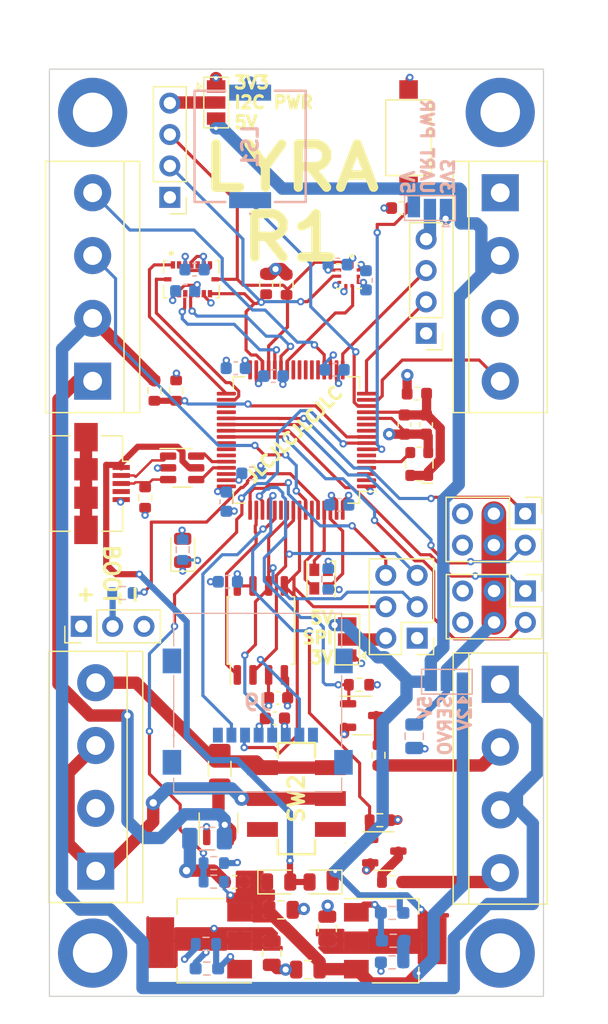
<source format=kicad_pcb>
(kicad_pcb (version 20221018) (generator pcbnew)
  (layers (0 "F.Cu" signal) (1 "In1.Cu" signal) (2 "In2.Cu" signal) (31 "B.Cu" signal) (34 "B.Paste" user) (35 "F.Paste" user) (36 "B.SilkS" user "B.Silkscreen") (37 "F.SilkS" user "F.Silkscreen") (38 "B.Mask" user) (39 "F.Mask" user) (44 "Edge.Cuts" user))
  (net 0 "")
  (net 1 "+12V")
  (net 2 "GND")
  (net 3 "+3V3")
  (net 4 "+5V")
  (net 5 "RESET")
  (net 6 "Net-(U7-VCAP_1)")
  (net 7 "Net-(U7-VCAP_2)")
  (net 8 "+3.3VA")
  (net 9 "VBUS")
  (net 10 "LED RED")
  (net 11 "LED GREEN")
  (net 12 "Net-(D5-A)")
  (net 13 "LED BLUE")
  (net 14 "Net-(D3-A)")
  (net 15 "+BATT")
  (net 16 "Net-(Q1-D)")
  (net 17 "+12P")
  (net 18 "Net-(F2-Pad2)")
  (net 19 "USB CON D-")
  (net 20 "USB CON D+")
  (net 22 "unconnected-(J1-Shield-Pad6)")
  (net 23 "BATT PRESWITCH")
  (net 24 "ARM-")
  (net 25 "UART POWER")
  (net 26 "MOSI")
  (net 27 "MISO")
  (net 28 "SCK")
  (net 29 "CS BRKOUT")
  (net 30 "SPI POWER")
  (net 31 "SDA")
  (net 32 "SCL")
  (net 33 "I2C POWER")
  (net 34 "SERVO3")
  (net 35 "SERVO4")
  (net 36 "SERVO POWER")
  (net 37 "SERVO1")
  (net 38 "SERVO2")
  (net 40 "CS SD")
  (net 46 "BOOT0")
  (net 47 "BUZZER")
  (net 48 "P1 EN")
  (net 49 "Net-(Q2-D)")
  (net 50 "P2 EN")
  (net 51 "Net-(Q3-D)")
  (net 52 "Net-(U1-ADJ)")
  (net 53 "Net-(U2-ADJ)")
  (net 54 "Net-(R3-Pad2)")
  (net 55 "P1-")
  (net 56 "P2-")
  (net 57 "BATT SENSE")
  (net 58 "USB D+")
  (net 59 "USB D-")
  (net 62 "ACCEL INT2")
  (net 63 "ACCEL INT1")
  (net 64 "GYRO INT4")
  (net 65 "GYRO INT3")
  (net 66 "BARO INT")
  (net 67 "FLASH CS")
  (net 71 "OSCIN")
  (net 73 "PA4")
  (net 76 "Net-(J10-Pin_2)")
  (net 77 "USART2 TX")
  (net 78 "USART2 RX")
  (net 79 "PA1")
  (net 80 "PYRO SENSE")
  (net 89 "PB6")
  (footprint "Resistor_SMD:R_0603_1608Metric" (layer "F.Cu") (at 133.75 109.25 -90)
    (fp_text reference "R16")
    (fp_text value "20k")
  )
  (footprint "MountingHole:MountingHole_3.2mm_M3_DIN965_Pad" (layer "F.Cu") (at 128.75 86.75)
    (fp_text reference "H1")
    (fp_text value "MountingHole_Pad")
  )
  (footprint "Inductor_SMD:L_0603_1608Metric" (layer "F.Cu") (at 140.25 149)
    (fp_text reference "FB1")
    (fp_text value "600 @600mhz")
  )
  (footprint "Package_SO:SOIC-8_5.23x5.23mm_P1.27mm" (layer "F.Cu") (at 142.367 128.651 90)
    (fp_text reference "U6")
    (fp_text value "W25Q32JVSS")
  )
  (footprint "Jumper:SolderJumper-3_P1.3mm_Open_Pad1.0x1.5mm" (layer "F.Cu") (at 138.75 85.95 -90)
    (fp_text reference "JP1")
    (fp_text value "SolderJumper_3_Open")
  )
  (footprint "Resistor_SMD:R_0603_1608Metric" (layer "F.Cu") (at 151.892 138.75 90)
    (fp_text reference "R9")
    (fp_text value "10")
  )
  (footprint "Connector_PinHeader_2.54mm:PinHeader_2x03_P2.54mm_Vertical" (layer "F.Cu") (at 163.79 125.46 -90)
    (fp_text reference "J6")
    (fp_text value "Conn_02x03_Top_Bottom")
  )
  (footprint "Package_TO_SOT_SMD:SOT-23-3" (layer "F.Cu") (at 152.3625 146.5)
    (fp_text reference "Q3")
    (fp_text value "Q_NMOS_GSD")
  )
  (footprint "Connector_PinHeader_2.54mm:PinHeader_1x03_P2.54mm_Vertical" (layer "F.Cu") (at 127.8278 128.3208 90)
    (fp_text reference "J10")
    (fp_text value "BOOT 0 HEADER")
  )
  (footprint "TerminalBlock:TerminalBlock_bornier-4_P5.08mm" (layer "F.Cu") (at 161.75 133.01 -90)
    (fp_text reference "J12")
    (fp_text value "Screw_Terminal_01x04")
  )
  (footprint "Capacitor_SMD:C_0805_2012Metric" (layer "F.Cu") (at 147.75 152.75 90)
    (fp_text reference "C4")
    (fp_text value "1uf")
  )
  (footprint "Package_QFP:LQFP-64_10x10mm_P0.5mm" (layer "F.Cu") (at 145.25 113.25 180)
    (fp_text reference "U7")
    (fp_text value "STM32F405RGTx")
  )
  (footprint "Capacitor_SMD:C_0603_1608Metric" (layer "F.Cu") (at 143.764 134.112 180)
    (fp_text reference "C9")
    (fp_text value "1uf")
  )
  (footprint "TerminalBlock:TerminalBlock_bornier-4_P5.08mm" (layer "F.Cu") (at 161.75 93.25 -90)
    (fp_text reference "J11")
    (fp_text value "Screw_Terminal_01x04")
  )
  (footprint "Connector_PinHeader_2.54mm:PinHeader_2x03_P2.54mm_Vertical" (layer "F.Cu") (at 155.025 129.275 180)
    (fp_text reference "J8")
    (fp_text value "SPI Breakout")
  )
  (footprint "TerminalBlock:TerminalBlock_bornier-4_P5.08mm" (layer "F.Cu") (at 128.75 108.49 90)
    (fp_text reference "J5")
    (fp_text value "Screw_Terminal_01x04")
  )
  (footprint "Package_TO_SOT_SMD:SOT-223-3_TabPin2" (layer "F.Cu") (at 153.25 153.75)
    (fp_text reference "U2")
    (fp_text value "LM317_SOT-223")
  )
  (footprint "Capacitor_SMD:C_0603_1608Metric" (layer "F.Cu") (at 154 112 90)
    (fp_text reference "C19")
    (fp_text value "0.1uf")
  )
  (footprint "Package_TO_SOT_SMD:SOT-23-3" (layer "F.Cu") (at 150.5712 135.5344)
    (fp_text reference "Q2")
    (fp_text value "Q_NMOS_GSD")
  )
  (footprint "Resistor_SMD:R_0603_1608Metric" (layer "F.Cu") (at 153 149 180)
    (fp_text reference "R12")
    (fp_text value "10")
  )
  (footprint "SamacSys_Parts:JS202011SCQN" (layer "F.Cu") (at 145.25 142.25 90)
    (fp_text reference "SW2")
    (fp_text value "SW_Push_DPDT" hide)
  )
  (footprint "Connector_PinHeader_2.54mm:PinHeader_1x04_P2.54mm_Vertical" (layer "F.Cu") (at 135 93.62 180)
    (fp_text reference "J4")
    (fp_text value "I2C Breakout")
  )
  (footprint "TerminalBlock:TerminalBlock_bornier-4_P5.08mm" (layer "F.Cu") (at 129 148.12 90)
    (fp_text reference "J3")
    (fp_text value "Screw_Terminal_01x04")
  )
  (footprint "Resistor_SMD:R_0603_1608Metric" (layer "F.Cu") (at 150.3172 133.0452 180)
    (fp_text reference "R8")
    (fp_text value "470")
  )
  (footprint "Fuse:Fuse_1206_3216Metric" (layer "F.Cu") (at 139.0396 139.8524 -90)
    (fp_text reference "F1")
    (fp_text value "2a")
  )
  (footprint "Diode_SMD:D_0805_2012Metric" (layer "F.Cu") (at 143.8125 149)
    (fp_text reference "D1")
    (fp_text value "D_Small")
  )
  (footprint "Button_Switch_SMD:SW_SPST_CK_RS282G05A3" (layer "F.Cu") (at 154.3304 88.7984 -90)
    (fp_text reference "SW1")
    (fp_text value "SW_SPST")
  )
  (footprint "Resistor_SMD:R_0603_1608Metric" (layer "F.Cu") (at 152 144 180)
    (fp_text reference "R10")
    (fp_text value "470")
  )
  (footprint "Jumper:SolderJumper-3_P1.3mm_Open_Pad1.0x1.5mm" (layer "F.Cu") (at 149.3619 129.3876 90)
    (fp_text reference "JP3")
    (fp_text value "SolderJumper_3_Open")
  )
  (footprint "Connector_PinHeader_2.54mm:PinHeader_1x04_P2.54mm_Vertical" (layer "F.Cu") (at 155.75 104.62 180)
    (fp_text reference "J2")
    (fp_text value "UART Breakout")
  )
  (footprint "Package_TO_SOT_SMD:SOT-23-6" (layer "F.Cu") (at 136 115.5)
    (fp_text reference "U3")
    (fp_text value "USBLC6-2SC6")
  )
  (footprint "Connector_USB:USB_Micro-B_Amphenol_10104110_Horizontal" (layer "F.Cu") (at 129.514 116.7684 -90)
    (fp_text reference "J1")
    (fp_text value "USB_B_Micro")
  )
  (footprint "Capacitor_SMD:C_0603_1608Metric" (layer "F.Cu") (at 153.7208 94.488)
    (fp_text reference "C11")
    (fp_text value "100nf")
  )
  (footprint "Inductor_SMD:L_0603_1608Metric" (layer "F.Cu") (at 155 109.5 180)
    (fp_text reference "FB2")
    (fp_text value "600 @ 600MHz")
  )
  (footprint "MountingHole:MountingHole_3.2mm_M3_DIN965_Pad" (layer "F.Cu") (at 161.75 154.75)
    (fp_text reference "H4")
    (fp_text value "MountingHole_Pad")
  )
  (footprint "Resistor_SMD:R_0603_1608Metric" (layer "F.Cu") (at 144.4498 100.6818 -90)
    (fp_text reference "R15")
    (fp_text value "2k2")
  )
  (footprint "Package_TO_SOT_SMD:SOT-23-3" (layer "F.Cu") (at 138.938 144.2212 90)
    (fp_text reference "Q1")
    (fp_text value "AO3401A")
  )
  (footprint "Diode_SMD:D_0805_2012Metric" (layer "F.Cu") (at 147.25 149 180)
    (fp_text reference "D4")
    (fp_text value "D_Small")
  )
  (footprint "Resistor_SMD:R_0603_1608Metric" (layer "F.Cu") (at 142.7988 100.6348 -90)
    (fp_text reference "R17")
    (fp_text value "2k2")
  )
  (footprint "Resistor_SMD:R_0603_1608Metric" (layer "F.Cu") (at 133 117.9068 90)
    (fp_text reference "R2")
    (fp_text value "1k5")
  )
  (footprint "Capacitor_SMD:C_0805_2012Metric" (layer "F.Cu") (at 143.25 154.75 -90)
    (fp_text reference "C3")
    (fp_text value "1uf")
  )
  (footprint "Capacitor_SMD:C_0603_1608Metric" (layer "F.Cu") (at 143.51 135.763 180)
    (fp_text reference "C12")
    (fp_text value "1uf")
  )
  (footprint "Oscillator:Oscillator_SMD_ECS_2520MV-xxx-xx-4Pin_2.5x2.0mm" (layer "F.Cu") (at 155.194 115.189 180)
    (fp_text reference "X1")
    (fp_text value "ECS-2520MV-xxx-xx")
  )
  (footprint "LED_SMD:LED_0805_2012Metric" (layer "F.Cu") (at 136.0424 122.174 90)
    (fp_text reference "D3")
    (fp_text value "LED")
  )
  (footprint "MountingHole:MountingHole_3.2mm_M3_DIN965_Pad" (layer "F.Cu") (at 161.75 86.75)
    (fp_text reference "H2")
    (fp_text value "MountingHole_Pad")
  )
  (footprint "Resistor_SMD:R_0603_1608Metric" (layer "F.Cu") (at 135.51 109.25 90)
    (fp_text reference "R18")
    (fp_text value "6k")
  )
  (footprint "SnapEDA Library:XDCR_BMP390L" (layer "F.Cu") (at 149.5 100)
    (fp_text reference "U5")
    (fp_text value "BMP390L")
  )
  (footprint "Connector_PinHeader_2.54mm:PinHeader_2x03_P2.54mm_Vertical" (layer "F.Cu") (at 163.775 119.21 -90)
    (fp_text reference "J7")
    (fp_text value "Conn_02x03_Top_Bottom")
  )
  (footprint "Capacitor_SMD:C_0805_2012Metric" (layer "F.Cu") (at 144 151.25)
    (fp_text reference "C1")
    (fp_text value "0.1uf")
  )
  (footprint "Capacitor_SMD:C_0603_1608Metric" (layer "F.Cu") (at 155.75 112 90)
    (fp_text reference "C18")
    (fp_text value "1uf")
  )
  (footprint "LED_SMD:LED_Cree-PLCC4_2x2mm_CW" (layer "F.Cu") (at 147.25 124.5 -90)
    (fp_text reference "D5")
    (fp_text value "LED_ARBG")
  )
  (footprint "MountingHole:MountingHole_3.2mm_M3_DIN965_Pad" (layer "F.Cu") (at 128.75 154.75)
    (fp_text reference "H3")
    (fp_text value "MountingHole_Pad")
  )
  (footprint "Package_TO_SOT_SMD:SOT-223-3_TabPin2" (layer "F.Cu") (at 137.5 153.75 180)
    (fp_text reference "U1")
    (fp_text value "LM317_SOT-223")
  )
  (footprint "SnapEDA Library:PQFN50P450X300X100-16N" (layer "F.Cu") (at 136.75 100.25)
    (fp_text reference "U4")
    (fp_text value "BMI088")
  )
  (footprint "Capacitor_SMD:C_0805_2012Metric" (layer "F.Cu") (at 146.177 156.083 180)
    (fp_text reference "C2")
    (fp_text value "0.1uf")
  )
  (footprint "Resistor_SMD:R_0603_1608Metric_Pad0.98x0.95mm_HandSolder" (layer "B.Cu") (at 153.0875 153.75)
    (fp_text reference "R3")
    (fp_text value "400")
  )
  (footprint "Resistor_SMD:R_0603_1608Metric" (layer "B.Cu") (at 136.0424 122.1232 -90)
    (fp_text reference "R11")
    (fp_text value "1k")
  )
  (footprint "Capacitor_SMD:C_0603_1608Metric" (layer "B.Cu") (at 140.335 107.442)
    (fp_text reference "C22")
    (fp_text value "100nf")
  )
  (footprint "Capacitor_SMD:C_0603_1608Metric" (layer "B.Cu") (at 136.2456 101.1936 180)
    (fp_text reference "C6")
    (fp_text value "0.1uf")
  )
  (footprint "Resistor_SMD:R_0603_1608Metric" (layer "B.Cu") (at 137.925 154 180)
    (fp_text reference "R1")
    (fp_text value "400")
  )
  (footprint "Resistor_SMD:R_0603_1608Metric" (layer "B.Cu") (at 138.557 147.471)
    (fp_text reference "R14")
    (fp_text value "6k")
  )
  (footprint "Capacitor_SMD:C_0603_1608Metric" (layer "B.Cu") (at 148.59 99.06 180)
    (fp_text reference "C8")
    (fp_text value "0.1uf")
  )
  (footprint "Capacitor_SMD:C_0603_1608Metric" (layer "B.Cu") (at 148.717 118.491)
    (fp_text reference "C20")
    (fp_text value "100nf")
  )
  (footprint "Resistor_SMD:R_0603_1608Metric_Pad0.98x0.95mm_HandSolder" (layer "B.Cu") (at 138 156)
    (fp_text reference "R5")
    (fp_text value "240")
  )
  (footprint "Resistor_SMD:R_0603_1608Metric" (layer "B.Cu") (at 138.557 148.971 180)
    (fp_text reference "R13")
    (fp_text value "20k")
  )
  (footprint "Jumper:SolderJumper-3_P1.3mm_Open_Pad1.0x1.5mm" (layer "B.Cu") (at 156.0576 94.488 180)
    (fp_text reference "JP2")
    (fp_text value "SolderJumper_3_Open")
  )
  (footprint "Capacitor_SMD:C_0603_1608Metric" (layer "B.Cu") (at 137 99.4664)
    (fp_text reference "C5")
    (fp_text value "0.1uf")
  )
  (footprint "Capacitor_SMD:C_0603_1608Metric" (layer "B.Cu") (at 141.605 115.951)
    (fp_text reference "C14")
    (fp_text value "2u2")
  )
  (footprint "Resistor_SMD:R_0603_1608Metric" (layer "B.Cu") (at 131.1656 125.6284 180)
    (fp_text reference "R19")
    (fp_text value "10k")
  )
  (footprint "Capacitor_SMD:C_0603_1608Metric" (layer "B.Cu") (at 139.573 118.237 90)
    (fp_text reference "C21")
    (fp_text value "100nf")
  )
  (footprint "Capacitor_SMD:C_0603_1608Metric" (layer "B.Cu") (at 139.7 124.714)
    (fp_text reference "C10")
    (fp_text value "0.1uf")
  )
  (footprint "Capacitor_SMD:C_0603_1608Metric" (layer "B.Cu") (at 148.336 107.569 180)
    (fp_text reference "C17")
    (fp_text value "100nf")
  )
  (footprint "Capacitor_SMD:C_0603_1608Metric" (layer "B.Cu") (at 150.876 100.33 -90)
    (fp_text reference "C7")
    (fp_text value "0.1uf")
  )
  (footprint "Fuse:Fuse_1206_3216Metric" (layer "B.Cu") (at 138.0236 145.4912 180)
    (fp_text reference "F2")
    (fp_text value "200ma")
  )
  (footprint "SamacSys_Parts:PKMCS0909E4000R1" (layer "B.Cu") (at 141.5 89.5 90)
    (fp_text reference "LS1")
    (fp_text value "PKMCS0909E4000-R1" hide)
  )
  (footprint "SamacSys_Parts:MEM20670218000A" (layer "B.Cu") (at 142.113 139.318 180)
    (fp_text reference "J9")
    (fp_text value "MEM2067-02-180-00-A" hide)
  )
  (footprint "Resistor_SMD:R_0603_1608Metric_Pad0.98x0.95mm_HandSolder" (layer "B.Cu") (at 153 151.5 180)
    (fp_text reference "R6")
    (fp_text value "240")
  )
  (footprint "Resistor_SMD:R_0603_1608Metric_Pad0.98x0.95mm_HandSolder" (layer "B.Cu") (at 153 155.5 180)
    (fp_text reference "R4")
    (fp_text value "330")
  )
  (footprint "Resistor_SMD:R_0603_1608Metric" (layer "B.Cu") (at 147.828 124.5 -90)
    (fp_text reference "R7")
    (fp_text value "1k")
  )
  (footprint "Jumper:SolderJumper-3_P1.3mm_Open_Pad1.0x1.5mm" (layer "B.Cu") (at 157.4292 132.8011 180)
    (fp_text reference "JP4")
    (fp_text value "SolderJumper_3_Open")
  )
  (footprint "Capacitor_SMD:C_0603_1608Metric" (layer "B.Cu") (at 143.383 108.077)
    (fp_text reference "C13")
    (fp_text value "2u2")
  )
  (footprint "Capacitor_SMD:C_0805_2012Metric" (layer "B.Cu") (at 154.7876 137.2108 -90)
    (fp_text reference "C15")
    (fp_text value "1uf")
  )
  (gr_rect (start 125.25 83.25) (end 165.25 158.25) (stroke (width 0.1)) (fill none) (layer "Edge.Cuts"))
  (gr_text "3V3\nUART PWR\n5V\n" (at 153.6192 93.472 270) (layer "B.SilkS") (effects (font (size 1 1) (thickness 0.25) bold) (justify left bottom mirror)))
  (gr_text "5V\nSERVO\n12V\n" (at 159.4792 133.8011 90) (layer "B.SilkS") (effects (font (size 1 1) (thickness 0.25) bold) (justify left bottom mirror)))
  (gr_text "LYRA\nR1" (at 144.8308 98.9076) (layer "F.SilkS") (effects (font (size 3.5 4) (thickness 0.75) bold) (justify bottom)))
  (gr_text "5V\nSPI\n3V\n" (at 148.3619 131.4376) (layer "F.SilkS") (effects (font (size 1 1) (thickness 0.25) bold) (justify right bottom)))
  (gr_text "-\nBOOT\n+" (at 127.5588 126.6952 270) (layer "F.SilkS") (effects (font (size 1.24 1.24) (thickness 0.25) bold) (justify right bottom)))
  (gr_text "3V3\nI2C PWR\n5V" (at 140.081 88.138) (layer "F.SilkS") (effects (font (size 1 1) (thickness 0.25) bold) (justify left bottom)))
  (gr_text "JLCJLCJLCJLC\n" (at 149.2504 109.474 45) (layer "F.SilkS") (effects (font (size 1 1) (thickness 0.25) bold) (justify right bottom)))
  (segment (start 154.2956 157.21) (end 151.26 157.21) (width 1) (layer "F.Cu") (net 1))
  (segment (start 150.1 156.05) (end 147.16 156.05) (width 1) (layer "F.Cu") (net 1))
  (segment (start 147.127 155.4582) (end 144.3438 152.675) (width 1) (layer "F.Cu") (net 1))
  (segment (start 155.1432 156.3816) (end 155.124 156.3816) (width 1) (layer "F.Cu") (net 1))
  (segment (start 147.16 156.05) (end 147.127 156.083) (width 1) (layer "F.Cu") (net 1))
  (segment (start 144.306497 152.675) (end 143.05 151.418503) (width 1) (layer "F.Cu") (net 1))
  (segment (start 143.05 151.418503) (end 143.05 151.25) (width 1) (layer "F.Cu") (net 1))
  (segment (start 151.26 157.21) (end 150.1 156.05) (width 1) (layer "F.Cu") (net 1))
  (segment (start 147.127 156.083) (end 147.127 155.4582) (width 1) (layer "F.Cu") (net 1))
  (segment (start 155.124 156.3816) (end 154.2956 157.21) (width 1) (layer "F.Cu") (net 1))
  (segment (start 144.3438 152.675) (end 144.306497 152.675) (width 1) (layer "F.Cu") (net 1))
  (via (at 155.1432 156.3816) (size 0.6) (drill 0.3) (layers "F.Cu" "B.Cu") (net 1))
  (via (at 139.9032 150.0632) (size 0.6) (drill 0.3) (layers "F.Cu" "B.Cu") (net 1))
  (segment (start 139.382 149.542) (end 139.9032 150.0632) (width 0.254) (layer "B.Cu") (net 1))
  (segment (start 158.7292 132.8011) (end 158.7292 149.2712) (width 1) (layer "B.Cu") (net 1))
  (segment (start 139.382 148.971) (end 139.382 149.542) (width 0.254) (layer "B.Cu") (net 1))
  (segment (start 158.7292 149.2712) (end 156.3624 151.638) (width 1) (layer "B.Cu") (net 1))
  (segment (start 156.3624 151.638) (end 156.3624 155.1624) (width 1) (layer "B.Cu") (net 1))
  (segment (start 156.3624 155.1624) (end 155.1432 156.3816) (width 1) (layer "B.Cu") (net 1))
  (segment (start 152.9458 94.488) (end 152.3492 94.488) (width 0.5) (layer "F.Cu") (net 2))
  (segment (start 137.75 98.4308) (end 137.75 99.085) (width 0.254) (layer "F.Cu") (net 2))
  (segment (start 144.285 136.398) (end 144.285 135.763) (width 0.254) (layer "F.Cu") (net 2))
  (segment (start 152.7566 112.775) (end 152.7556 112.776) (width 0.75) (layer "F.Cu") (net 2))
  (segment (start 137.75 101.557288) (end 137.75 101.415) (width 0.254) (layer "F.Cu") (net 2))
  (segment (start 153.434 144) (end 153.4668 143.9672) (width 0.75) (layer "F.Cu") (net 2))
  (segment (start 149.1488 136.4809) (end 149.1488 137.0076) (width 0.75) (layer "F.Cu") (net 2))
  (segment (start 144.95 151.25) (end 145.7776 151.25) (width 0.75) (layer "F.Cu") (net 2))
  (segment (start 135.25 101.415) (end 135.25 101.9352) (width 0.254) (layer "F.Cu") (net 2))
  (segment (start 135.51 107.8728) (end 135.5344 107.8484) (width 0.5) (layer "F.Cu") (net 2))
  (segment (start 134.8625 115.5) (end 134.0296 115.5) (width 0.254) (layer "F.Cu") (net 2))
  (segment (start 151.225 147.45) (end 151.225 147.733) (width 0.75) (layer "F.Cu") (net 2))
  (segment (start 135.25 101.9352) (end 135.2296 101.9556) (width 0.254) (layer "F.Cu") (net 2))
  (segment (start 137.8886 101.695888) (end 137.75 101.557288) (width 0.254) (layer "F.Cu") (net 2))
  (segment (start 134.0296 115.5) (end 134.0104 115.5192) (width 0.254) (layer "F.Cu") (net 2))
  (segment (start 137.988 145.3587) (end 137.988 144.5412) (width 0.5) (layer "F.Cu") (net 2))
  (segment (start 147.815 99.499484) (end 147.815516 99.5) (width 0.254) (layer "F.Cu") (net 2))
  (segment (start 148.5 118.925) (end 148.5 118.147) (width 0.254) (layer "F.Cu") (net 2))
  (segment (start 155.919 114.264) (end 155.919 112.944) (width 0.75) (layer "F.Cu") (net 2))
  (segment (start 154 112.775) (end 152.7566 112.775) (width 0.75) (layer "F.Cu") (net 2))
  (segment (start 148.5 108.508403) (end 148.660622 108.669025) (width 0.254) (layer "F.Cu") (net 2))
  (segment (start 145.7776 151.25) (end 145.8468 151.1808) (width 0.75) (layer "F.Cu") (net 2))
  (segment (start 154.3304 84.0232) (end 154.432 83.9216) (width 0.5) (layer "F.Cu") (net 2))
  (segment (start 144.539 134.734) (end 144.526 134.747) (width 0.254) (layer "F.Cu") (net 2))
  (segment (start 151.225 147.733) (end 150.9268 148.0312) (width 0.75) (layer "F.Cu") (net 2))
  (segment (start 131 118.2492) (end 131.0132 118.2624) (width 0.254) (layer "F.Cu") (net 2))
  (segment (start 148.674 100.5) (end 148.4376 100.7364) (width 0.254) (layer "F.Cu") (net 2))
  (segment (start 150.267 100.5045) (end 150.2625 100.5) (width 0.254) (layer "F.Cu") (net 2))
  (segment (start 154 112.5472) (end 154 112.775) (width 0.254) (layer "F.Cu") (net 2))
  (segment (start 154.3304 84.8984) (end 154.3304 84.0232) (width 0.5) (layer "F.Cu") (net 2))
  (segment (start 137.7188 98.3996) (end 137.75 98.4308) (width 0.254) (layer "F.Cu") (net 2))
  (segment (start 148.5 118.147) (end 148.082 117.729) (width 0.254) (layer "F.Cu") (net 2))
  (segment (start 136.75 98.841) (end 136.75 99.085) (width 0.254) (layer "F.Cu") (net 2))
  (segment (start 147.75 151.8) (end 147.75 150.954) (width 0.75) (layer "F.Cu") (net 2))
  (segment (start 155.919 112.944) (end 155.75 112.775) (width 0.75) (layer "F.Cu") (net 2))
  (segment (start 147.75 150.954) (end 147.7772 150.9268) (width 0.75) (layer "F.Cu") (net 2))
  (segment (start 137.7188 98.3996) (end 137.1914 98.3996) (width 0.254) (layer "F.Cu") (net 2))
  (segment (start 144.539 134.112) (end 144.539 134.734) (width 0.254) (layer "F.Cu") (net 2))
  (segment (start 137.988 144.5412) (end 137.9728 144.526) (width 0.5) (layer "F.Cu") (net 2))
  (segment (start 136.0424 123.1115) (end 136.0424 123.8504) (width 0.5) (layer "F.Cu") (net 2))
  (segment (start 148.7375 100.5) (end 148.674 100.5) (width 0.254) (layer "F.Cu") (net 2))
  (segment (start 150.6728 100.5045) (end 150.267 100.5045) (width 0.254) (layer "F.Cu") (net 2))
  (segment (start 151.1422 133.0452) (end 151.7904 133.0452) (width 0.25) (layer "F.Cu") (net 2))
  (segment (start 150.2625 100) (end 150.2625 100.5) (width 0.254) (layer "F.Cu") (net 2))
  (segment (start 152.825 144) (end 153.434 144) (width 0.75) (layer "F.Cu") (net 2))
  (segment (start 148.5 107.575) (end 148.5 108.508403) (width 0.254) (layer "F.Cu") (net 2))
  (segment (start 152.9528 111.5) (end 154 112.5472) (width 0.254) (layer "F.Cu") (net 2))
  (segment (start 150.925 111.5) (end 152.9528 111.5) (width 0.254) (layer "F.Cu") (net 2))
  (segment (start 145.227 156.083) (end 143.633 156.083) (width 0.75) (layer "F.Cu") (net 2))
  (segment (start 144.539 134.112) (end 144.539 132.518) (width 0.254) (layer "F.Cu") (net 2))
  (segment (start 147.815516 99.5) (end 148.7375 99.5) (width 0.254) (layer "F.Cu") (net 2))
  (segment (start 135.51 108.425) (end 135.51 107.8728) (width 0.5) (layer "F.Cu") (net 2))
  (segment (start 144.539 132.518) (end 144.272 132.251) (width 0.254) (layer "F.Cu") (net 2))
  (segment (start 137.8886 101.719) (end 137.8886 101.695888) (width 0.254) (layer "F.Cu") (net 2))
  (segment (start 138.3284 102.1588) (end 137.8886 101.719) (width 0.254) (layer "F.Cu") (net 2))
  (segment (start 137.1914 98.3996) (end 136.75 98.841) (width 0.254) (layer "F.Cu") (net 2))
  (segment (start 155.75 112.775) (end 154 112.775) (width 0.75) (layer "F.Cu") (net 2))
  (segment (start 143.633 156.083) (end 143.25 155.7) (width 0.75) (layer "F.Cu") (net 2))
  (via (at 151.7904 133.0452) (size 0.6) (drill 0.3) (layers "F.Cu" "B.Cu") (net 2))
  (via (at 144.153145 108.743021) (size 0.6) (drill 0.3) (layers "F.Cu" "B.Cu") (net 2))
  (via (at 144.526 134.747) (size 0.6) (drill 0.3) (layers "F.Cu" "B.Cu") (net 2))
  (via (at 137.9728 144.526) (size 0.6) (drill 0.3) (layers "F.Cu" "B.Cu") (net 2))
  (via (at 150.6728 100.5045) (size 0.6) (drill 0.3) (layers "F.Cu" "B.Cu") (net 2))
  (via (at 148.4376 100.7364) (size 0.6) (drill 0.3) (layers "F.Cu" "B.Cu") (net 2))
  (via (at 138.3284 102.1588) (size 0.6) (drill 0.3) (layers "F.Cu" "B.Cu") (net 2))
  (via (at 152.3492 94.488) (size 0.6) (drill 0.3) (layers "F.Cu" "B.Cu") (net 2))
  (via (at 152.0952 156.21) (size 0.6) (drill 0.3) (layers "F.Cu" "B.Cu") (net 2))
  (via (at 153.4668 143.9672) (size 0.6) (drill 0.3) (layers "F.Cu" "B.Cu") (net 2))
  (via (at 141.478 84.328) (size 0.6) (drill 0.3) (layers "F.Cu" "B.Cu") (net 2))
  (via (at 152.7556 112.776) (size 1) (drill 0.5) (layers "F.Cu" "B.Cu") (net 2))
  (via (at 140.462 147.4216) (size 0.6) (drill 0.3) (layers "F.Cu" "B.Cu") (net 2))
  (via (at 139.573 106.807) (size 0.6) (drill 0.3) (layers "F.Cu" "B.Cu") (net 2))
  (via (at 134.0104 115.5192) (size 0.6) (drill 0.3) (layers "F.Cu" "B.Cu") (net 2))
  (via (at 144.285 136.398) (size 0.6) (drill 0.3) (layers "F.Cu" "B.Cu") (net 2))
  (via (at 142.367 115.316) (size 0.6) (drill 0.3) (layers "F.Cu" "B.Cu") (net 2))
  (via (at 140.208 118.999) (size 0.6) (drill 0.3) (layers "F.Cu" "B.Cu") (net 2))
  (via (at 137.7188 98.3996) (size 0.6) (drill 0.3) (layers "F.Cu" "B.Cu") (net 2))
  (via (at 144.3736 156.083) (size 1) (drill 0.5) (layers "F.Cu" "B.Cu") (net 2))
  (via (at 135.5344 107.8484) (size 0.6) (drill 0.3) (layers "F.Cu" "B.Cu") (net 2))
  (via (at 149.1179 137.0385) (size 0.6) (drill 0.3) (layers "F.Cu" "B.Cu") (net 2))
  (via (at 136.0424 123.8504) (size 0.6) (drill 0.3) (layers "F.Cu" "B.Cu") (net 2))
  (via (at 147.7772 150.9268) (size 1) (drill 0.5) (layers "F.Cu" "B.Cu") (net 2))
  (via (at 148.082 117.729) (size 0.6) (drill 0.3) (layers "F.Cu" "B.Cu") (net 2))
  (via (at 136.1948 155.2448) (size 0.6) (drill 0.3) (layers "F.Cu" "B.Cu") (net 2))
  (via (at 147.815 99.499484) (size 0.6) (drill 0.3) (layers "F.Cu" "B.Cu") (net 2))
  (via (at 155.6512 138.2268) (size 0.6) (drill 0.3) (layers "F.Cu" "B.Cu") (net 2))
  (via (at 154.432 83.9216) (size 0.6) (drill 0.3) (layers "F.Cu" "B.Cu") (net 2))
  (via (at 145.8468 151.1808) (size 1) (drill 0.5) (layers "F.Cu" "B.Cu") (net 2))
  (via (at 150.9268 148.0312) (size 0.6) (drill 0.3) (layers "F.Cu" "B.Cu") (net 2))
  (via (at 138.303 124.714) (size 0.6) (drill 0.3) (layers "F.Cu" "B.Cu") (net 2))
  (via (at 148.660622 108.669025) (size 0.6) (drill 0.3) (layers "F.Cu" "B.Cu") (net 2))
  (via (at 131.0132 118.2624) (size 0.6) (drill 0.3) (layers "F.Cu" "B.Cu") (net 2))
  (via (at 135.2296 101.9556) (size 0.6) (drill 0.3) (layers "F.Cu" "B.Cu") (net 2))
  (segment (start 142.38 115.329) (end 142.367 115.316) (width 0.254) (layer "B.Cu") (net 2))
  (segment (start 137.7188 98.3996) (end 137.7188 99.4102) (width 0.254) (layer "B.Cu") (net 2))
  (segment (start 155.5852 138.1608) (end 155.6512 138.2268) (width 0.5) (layer "B.Cu") (net 2))
  (segment (start 140.4126 147.471) (end 140.462 147.4216) (width 0.5) (layer "B.Cu") (net 2))
  (segment (start 150.6728 100.5045) (end 150.876 100.7077) (width 0.254) (layer "B.Cu") (net 2))
  (segment (start 144.158 108.077) (end 144.158 108.738166) (width 0.5) (layer "B.Cu") (net 2))
  (segment (start 137.7188 99.4102) (end 137.775 99.4664) (width 0.254) (layer "B.Cu") (net 2))
  (segment (start 140.195 119.012) (end 140.208 118.999) (width 0.254) (layer "B.Cu") (net 2))
  (segment (start 139.573 119.012) (end 140.195 119.012) (width 0.254) (layer "B.Cu") (net 2))
  (segment (start 135.2296 101.4346) (end 135.4706 101.1936) (width 0.254) (layer "B.Cu") (net 2))
  (segment (start 147.815 99.499484) (end 147.815 99.06) (width 0.254) (layer "B.Cu") (net 2))
  (segment (start 141.5 85.15) (end 141.5 84.35) (width 1) (layer "B.Cu") (net 2))
  (segment (start 135.2296 101.9556) (end 135.2296 101.4346) (width 0.254) (layer "B.Cu") (net 2))
  (segment (start 148.660622 108.019378) (end 149.111 107.569) (width 0.254) (layer "B.Cu") (net 2))
  (segment (start 139.382 147.471) (end 140.4126 147.471) (width 0.5) (layer "B.Cu") (net 2))
  (segment (start 138.925 124.714) (end 138.303 124.714) (width 0.254) (layer "B.Cu") (net 2))
  (segment (start 148.082 118.351) (end 147.942 118.491) (width 0.254) (layer "B.Cu") (net 2))
  (segment (start 148.660622 108.669025) (end 148.660622 108.019378) (width 0.254) (layer "B.Cu") (net 2))
  (segment (start 154.7876 138.1608) (end 155.5852 138.1608) (width 0.5) (layer "B.Cu") (net 2))
  (segment (start 141.5 84.35) (end 141.478 84.328) (width 1) (layer "B.Cu") (net 2))
  (segment (start 152.0875 156.2023) (end 152.0952 156.21) (width 0.5) (layer "B.Cu") (net 2))
  (segment (start 142.38 115.951) (end 142.38 115.329) (width 0.254) (layer "B.Cu") (net 2))
  (segment (start 144.158 108.738166) (end 144.153145 108.743021) (width 0.5) (layer "B.Cu") (net 2))
  (segment (start 152.0875 155.5) (end 152.0875 156.2023) (width 0.5) (layer "B.Cu") (net 2))
  (segment (start 137.1 154.3396) (end 137.1 154) (width 0.5) (layer "B.Cu") (net 2))
  (segment (start 148.082 117.729) (end 148.082 118.351) (width 0.254) (layer "B.Cu") (net 2))
  (segment (start 139.56 107.442) (end 139.56 106.82) (width 0.254) (layer "B.Cu") (net 2))
  (segment (start 136.1948 155.2448) (end 137.1 154.3396) (width 0.5) (layer "B.Cu") (net 2))
  (segment (start 150.876 100.7077) (end 150.876 101.105) (width 0.254) (layer "B.Cu") (net 2))
  (segment (start 139.56 106.82) (end 139.573 106.807) (width 0.254) (layer "B.Cu") (net 2))
  (segment (start 141.5 107.21) (end 141.5 107.575) (width 0.254) (layer "F.Cu") (net 3))
  (segment (start 149.098 101.2444) (end 149.25 101.0924) (width 0.254) (layer "F.Cu") (net 3))
  (segment (start 150.495 99.06) (end 150.495 99.2675) (width 0.254) (layer "F.Cu") (net 3))
  (segment (start 150.925 117) (end 150.925 117.0922) (width 0.254) (layer "F.Cu") (net 3))
  (segment (start 133 118.7318) (end 133 119.3236) (width 0.254) (layer "F.Cu") (net 3))
  (segment (start 142.989 132.264) (end 143.002 132.251) (width 0.254) (layer "F.Cu") (net 3))
  (segment (start 135.75 101.171) (end 136.1846 100.7364) (width 0.254) (layer "F.Cu") (net 3))
  (segment (start 142.989 134.112) (end 142.989 132.264) (width 0.254) (layer "F.Cu") (net 3))
  (segment (start 149 118.208) (end 149.479 117.729) (width 0.254) (layer "F.Cu") (net 3))
  (segment (start 136.8552 100.7364) (end 137.25 101.1312) (width 0.254) (layer "F.Cu") (net 3))
  (segment (start 149.75 98.6112) (end 149.75 99.2375) (width 0.254) (layer "F.Cu") (net 3))
  (segment (start 139.5768 153.75) (end 138.5824 152.7556) (width 0.5) (layer "F.Cu") (net 3))
  (segment (start 140.65 153.75) (end 139.5768 153.75) (width 0.5) (layer "F.Cu") (net 3))
  (segment (start 150.5204 131.318) (end 149.89 130.6876) (width 0.254) (layer "F.Cu") (net 3))
  (segment (start 142.989 134.112) (end 142.989 134.734) (width 0.254) (layer "F.Cu") (net 3))
  (segment (start 148.2344 106.3752) (end 148 106.6096) (width 0.254) (layer "F.Cu") (net 3))
  (segment (start 136.25 98.404) (end 136.25 99.085) (width 0.254) (layer "F.Cu") (net 3))
  (segment (start 138.75 83.9876) (end 138.7348 83.9724) (width 1) (layer "F.Cu") (net 3))
  (segment (start 137.25 101.1312) (end 137.25 101.415) (width 0.254) (layer "F.Cu") (net 3))
  (segment (start 150.495 99.2675) (end 150.2625 99.5) (width 0.254) (layer "F.Cu") (net 3))
  (segment (start 137.2108 101.3758) (end 137.25 101.415) (width 0.254) (layer "F.Cu") (net 3))
  (segment (start 149.25 101.0924) (end 149.25 100.7625) (width 0.254) (layer "F.Cu") (net 3))
  (segment (start 150.925 117.0922) (end 151.2316 117.3988) (width 0.254) (layer "F.Cu") (net 3))
  (segment (start 138.75 84.65) (end 138.75 83.9876) (width 1) (layer "F.Cu") (net 3))
  (segment (start 138.8745 117.4115) (end 139.286 117) (width 0.254) (layer "F.Cu") (net 3))
  (segment (start 138.25 99.329) (end 138.04 99.539) (width 0.254) (layer "F.Cu") (net 3))
  (segment (start 143.1745 99.8098) (end 143.5608 99.4235) (width 1) (layer "F.Cu") (net 3))
  (segment (start 143.5608 99.4235) (end 144.0165 99.4235) (width 1) (layer "F.Cu") (net 3))
  (segment (start 136.1846 100.7364) (end 136.8552 100.7364) (width 0.254) (layer "F.Cu") (net 3))
  (segment (start 154.2125 109.5) (end 154.2125 108.0171) (width 0.75) (layer "F.Cu") (net 3))
  (segment (start 136.25 99.329) (end 136.25 99.085) (width 0.254) (layer "F.Cu") (net 3))
  (segment (start 149.89 130.6876) (end 149.3619 130.6876) (width 0.254) (layer "F.Cu") (net 3))
  (segment (start 141.097 106.807) (end 141.5 107.21) (width 0.254) (layer "F.Cu") (net 3))
  (segment (start 149.8092 98.552) (end 149.75 98.6112) (width 0.254) (layer "F.Cu") (net 3))
  (segment (start 149 118.925) (end 149 118.208) (width 0.254) (layer "F.Cu") (net 3))
  (segment (start 133 119.3236) (end 132.9944 119.3292) (width 0.254) (layer "F.Cu") (net 3))
  (segment (start 136.46 99.539) (end 136.25 99.329) (width 0.254) (layer "F.Cu") (net 3))
  (segment (start 142.253 136.398) (end 142.761 135.89) (width 0.254) (layer "F.Cu") (net 3))
  (segment (start 138.25 99.085) (end 138.25 99.329) (width 0.254) (layer "F.Cu") (net 3))
  (segment (start 148 106.6096) (end 148 107.575) (width 0.254) (layer "F.Cu") (net 3))
  (segment (start 135.75 101.415) (end 135.75 101.171) (width 0.254) (layer "F.Cu") (net 3))
  (segment (start 144.0165 99.4235) (end 144.4498 99.8568) (width 1) (layer "F.Cu") (net 3))
  (segment (start 137.2108 100.6856) (end 137.2108 101.3758) (width 0.254) (layer "F.Cu") (net 3))
  (segment (start 154.2125 108.0171) (end 154.2288 108.0008) (width 0.75) (layer "F.Cu") (net 3))
  (segment (start 142.24 136.398) (end 142.253 136.398) (width 0.254) (layer "F.Cu") (net 3))
  (segment (start 140.462 125.051) (end 140.462 124.079) (width 0.254) (layer "F.Cu") (net 3))
  (segment (start 139.286 117) (end 139.575 117) (width 0.254) (layer "F.Cu") (net 3))
  (segment (start 142.989 134.734) (end 143.002 134.747) (width 0.254) (layer "F.Cu") (net 3))
  (segment (start 138.04 99.539) (end 136.46 99.539) (width 0.254) (layer "F.Cu") (net 3))
  (segment (start 142.7988 99.8098) (end 143.1745 99.8098) (width 1) (layer "F.Cu") (net 3))
  (segment (start 136.2456 98.3996) (end 136.25 98.404) (width 0.254) (layer "F.Cu") (net 3))
  (segment (start 141.732 125.051) (end 140.462 125.051) (width 0.254) (layer "F.Cu") (net 3))
  (via (at 137.2108 100.6856) (size 0.6) (drill 0.3) (layers "F.Cu" "B.Cu") (net 3))
  (via (at 138.7348 83.9724) (size 0.6) (drill 0.3) (layers "F.Cu" "B.Cu") (net 3))
  (via (at 157.3276 95.3516) (size 1) (drill 0.5) (layers "F.Cu" "B.Cu") (net 3))
  (via (at 149.479 117.729) (size 0.6) (drill 0.3) (layers "F.Cu" "B.Cu") (net 3))
  (via (at 149.8092 98.552) (size 0.6) (drill 0.3) (layers "F.Cu" "B.Cu") (net 3))
  (via (at 136.2456 98.3996) (size 0.6) (drill 0.3) (layers "F.Cu" "B.Cu") (net 3))
  (via (at 148.699502 125.349) (size 0.6) (drill 0.3) (layers "F.Cu" "B.Cu") (net 3))
  (via (at 137.922 154.686) (size 0.6) (drill 0.3) (layers "F.Cu" "B.Cu") (net 3))
  (via (at 138.5824 152.7556) (size 0.6) (drill 0.3) (layers "F.Cu" "B.Cu") (net 3))
  (via (at 143.002 134.747) (size 0.6) (drill 0.3) (layers "F.Cu" "B.Cu") (net 3))
  (via (at 138.8745 117.4115) (size 0.6) (drill 0.3) (layers "F.Cu" "B.Cu") (net 3))
  (via (at 140.462 124.079) (size 0.6) (drill 0.3) (layers "F.Cu" "B.Cu") (net 3))
  (via (at 142.24 136.398) (size 0.6) (drill 0.3) (layers "F.Cu" "B.Cu") (net 3))
  (via (at 137.2419 122.9868) (size 0.6) (drill 0.3) (layers "F.Cu" "B.Cu") (net 3))
  (via (at 150.495 99.06) (size 0.6) (drill 0.3) (layers "F.Cu" "B.Cu") (net 3))
  (via (at 143.5608 99.4235) (size 1) (drill 0.5) (layers "F.Cu" "B.Cu") (net 3))
  (via (at 148.2344 106.3752) (size 0.6) (drill 0.3) (layers "F.Cu" "B.Cu") (net 3))
  (via (at 151.2316 117.3988) (size 0.6) (drill 0.3) (layers "F.Cu" "B.Cu") (net 3))
  (via (at 149.098 101.2444) (size 0.6) (drill 0.3) (layers "F.Cu" "B.Cu") (net 3))
  (via (at 154.2288 108.0008) (size 1) (drill 0.5) (layers "F.Cu" "B.Cu") (net 3))
  (via (at 150.5204 131.318) (size 0.6) (drill 0.3) (layers "F.Cu" "B.Cu") (net 3))
  (via (at 141.097 106.807) (size 0.6) (drill 0.3) (layers "F.Cu" "B.Cu") (net 3))
  (via (at 132.9944 119.3292) (size 0.6) (drill 0.3) (layers "F.Cu" "B.Cu") (net 3))
  (segment (start 147.561 107.0486) (end 147.561 107.569) (width 0.254) (layer "B.Cu") (net 3))
  (segment (start 141.097 106.807) (end 141.097 107.429) (width 0.254) (layer "B.Cu") (net 3))
  (segment (start 136.2456 99.4458) (end 136.225 99.4664) (width 0.254) (layer "B.Cu") (net 3))
  (segment (start 137.0875 155.5205) (end 137.922 154.686) (width 0.5) (layer "B.Cu") (net 3))
  (segment (start 148.2344 106.3752) (end 147.561 107.0486) (width 0.254) (layer "B.Cu") (net 3))
  (segment (start 157.3576 95.3216) (end 157.3276 95.3516) (width 1) (layer "B.Cu") (net 3))
  (segment (start 140.462 124.701) (end 140.475 124.714) (width 0.254) (layer "B.Cu") (net 3))
  (segment (start 137.0206 100.8758) (end 137.0206 101.1936) (width 0.254) (layer "B.Cu") (net 3))
  (segment (start 142.24 136.398) (end 142.13 136.508) (width 0.254) (layer "B.Cu") (net 3))
  (segment (start 141.097 107.429) (end 141.11 107.442) (width 0.254) (layer "B.Cu") (net 3))
  (segment (start 137.2033 122.9482) (end 137.2419 122.9868) (width 0.254) (layer "B.Cu") (net 3))
  (segment (start 149.479 117.729) (end 149.479 118.478) (width 0.254) (layer "B.Cu") (net 3))
  (segment (start 137.2108 100.6856) (end 137.0206 100.8758) (width 0.254) (layer "B.Cu") (net 3))
  (segment (start 157.3576 94.488) (end 157.3576 95.3216) (width 1) (layer "B.Cu") (net 3))
  (segment (start 148.675502 125.325) (end 148.699502 125.349) (width 0.254) (layer "B.Cu") (net 3))
  (segment (start 149.479 118.478) (end 149.492 118.491) (width 0.254) (layer "B.Cu") (net 3))
  (segment (start 136.2456 98.3996) (end 136.2456 99.4458) (width 0.254) (layer "B.Cu") (net 3))
  (segment (start 147.828 125.325) (end 148.675502 125.325) (width 0.254) (layer "B.Cu") (net 3))
  (segment (start 136.0424 122.9482) (end 137.2033 122.9482) (width 0.254) (layer "B.Cu") (net 3))
  (segment (start 137.0875 156) (end 137.0875 155.5205) (width 0.5) (layer "B.Cu") (net 3))
  (segment (start 140.462 124.079) (end 140.462 124.701) (width 0.254) (layer "B.Cu") (net 3))
  (segment (start 155.3464 151.2316) (end 156.4 152.2852) (width 0.5) (layer "F.Cu") (net 4))
  (segment (start 138.7348 87.2652) (end 138.75 87.25) (width 1) (layer "F.Cu") (net 4))
  (segment (start 156.4 153.75) (end 156.4 153.0472) (width 0.5) (layer "F.Cu") (net 4))
  (segment (start 148.1875 148.3321) (end 148.3868 148.1328) (width 1) (layer "F.Cu") (net 4))
  (segment (start 148.4676 128.0876) (end 148.336 128.2192) (width 0.5) (layer "F.Cu") (net 4))
  (segment (start 148.1875 149) (end 148.1875 148.3321) (width 1) (layer "F.Cu") (net 4))
  (segment (start 149.3619 128.0876) (end 148.4676 128.0876) (width 0.5) (layer "F.Cu") (net 4))
  (segment (start 156.4 152.2852) (end 156.4 153.75) (width 0.5) (layer "F.Cu") (net 4))
  (segment (start 138.7348 88.0364) (end 138.7348 87.2652) (width 1) (layer "F.Cu") (net 4))
  (via (at 148.336 128.2192) (size 1) (drill 0.5) (layers "F.Cu" "B.Cu") (net 4))
  (via (at 155.3464 151.2316) (size 0.6) (drill 0.3) (layers "F.Cu" "B.Cu") (net 4))
  (via (at 148.3868 148.1328) (size 0.6) (drill 0.3) (layers "F.Cu" "B.Cu") (net 4))
  (via (at 138.7348 88.0364) (size 0.6) (drill 0.3) (layers "F.Cu" "B.Cu") (net 4))
  (segment (start 154.19 150.0752) (end 153.6192 150.0752) (width 0.5) (layer "B.Cu") (net 4))
  (segment (start 154.382914 132.8011) (end 156.1292 132.8011) (width 1) (layer "B.Cu") (net 4))
  (segment (start 149.237168 128.2192) (end 148.336 128.2192) (width 1) (layer "B.Cu") (net 4))
  (segment (start 158.5576 95.728) (end 158.5576 93.038) (width 1) (layer "B.Cu") (net 4))
  (segment (start 160.2232 96.1344) (end 159.8168 95.728) (width 1) (layer "B.Cu") (net 4))
  (segment (start 153.6192 151.2067) (end 153.9125 151.5) (width 0.5) (layer "B.Cu") (net 4))
  (segment (start 150.3292 150.0752) (end 148.3868 148.1328) (width 0.5) (layer "B.Cu") (net 4))
  (segment (start 157.145 130.0353) (end 157.145 118.0894) (width 1) (layer "B.Cu") (net 4))
  (segment (start 154.7576 93.0864) (end 154.5844 92.9132) (width 1) (layer "B.Cu") (net 4))
  (segment (start 155.3464 151.2316) (end 154.19 150.0752) (width 0.5) (layer "B.Cu") (net 4))
  (segment (start 159.885 100.195) (end 161.75 98.33) (width 1) (layer "B.Cu") (net 4))
  (segment (start 158.3944 101.6856) (end 159.885 100.195) (width 1) (layer "B.Cu") (net 4))
  (segment (start 151.842968 130.825) (end 149.237168 128.2192) (width 1) (layer "B.Cu") (net 4))
  (segment (start 159.885 100.195) (end 160.2232 99.8568) (width 1) (layer "B.Cu") (net 4))
  (segment (start 144.105232 92.9132) (end 139.228432 88.0364) (width 1) (layer "B.Cu") (net 4))
  (segment (start 160.2232 99.8568) (end 160.2232 96.1344) (width 1) (layer "B.Cu") (net 4))
  (segment (start 139.228432 88.0364) (end 138.7348 88.0364) (width 1) (layer "B.Cu") (net 4))
  (segment (start 158.4328 92.9132) (end 154.5844 92.9132) (width 1) (layer "B.Cu") (net 4))
  (segment (start 157.145 118.0894) (end 158.3944 116.84) (width 1) (layer "B.Cu") (net 4))
  (segment (start 148.3868 148.1328) (end 152.2316 144.288) (width 1) (layer "B.Cu") (net 4))
  (segment (start 154.162 132.580186) (end 154.382914 132.8011) (width 1) (layer "B.Cu") (net 4))
  (segment (start 159.8168 95.728) (end 158.5576 95.728) (width 1) (layer "B.Cu") (net 4))
  (segment (start 152.406814 130.825) (end 151.842968 130.825) (width 1) (layer "B.Cu") (net 4))
  (segment (start 158.5576 93.038) (end 158.4328 92.9132) (width 1) (layer "B.Cu") (net 4))
  (segment (start 154.0614 134.1986) (end 154.162 134.098) (width 1) (layer "B.Cu") (net 4))
  (segment (start 154.7576 94.488) (end 154.7576 93.0864) (width 1) (layer "B.Cu") (net 4))
  (segment (start 156.1292 131.0511) (end 157.145 130.0353) (width 1) (layer "B.Cu") (net 4))
  (segment (start 152.2316 144.288) (end 152.2316 136.0284) (width 1) (layer "B.Cu") (net 4))
  (segment (start 154.162 132.580186) (end 152.406814 130.825) (width 1) (layer "B.Cu") (net 4))
  (segment (start 152.2316 136.0284) (end 154.0614 134.1986) (width 1) (layer "B.Cu") (net 4))
  (segment (start 158.3944 116.84) (end 158.3944 101.6856) (width 1) (layer "B.Cu") (net 4))
  (segment (start 154.5844 92.9132) (end 144.105232 92.9132) (width 1) (layer "B.Cu") (net 4))
  (segment (start 156.1292 132.8011) (end 156.1292 131.0511) (width 1) (layer "B.Cu") (net 4))
  (segment (start 154.162 134.098) (end 154.162 132.580186) (width 1) (layer "B.Cu") (net 4))
  (segment (start 153.6192 150.0752) (end 150.3292 150.0752) (width 0.5) (layer "B.Cu") (net 4))
  (segment (start 153.6192 150.0752) (end 153.6192 151.2067) (width 0.5) (layer "B.Cu") (net 4))
  (segment (start 154.4958 94.488) (end 154.4958 92.8638) (width 0.5) (layer "F.Cu") (net 5))
  (segment (start 152.146 113.9952) (end 150.9298 113.9952) (width 0.254) (layer "F.Cu") (net 5))
  (segment (start 154.4958 92.8638) (end 154.3304 92.6984) (width 0.5) (layer "F.Cu") (net 5))
  (segment (start 151.7904 95.8088) (end 151.7904 96.4692) (width 0.254) (layer "F.Cu") (net 5))
  (segment (start 150.9298 113.9952) (end 150.925 114) (width 0.254) (layer "F.Cu") (net 5))
  (segment (start 153.175 95.8088) (end 154.4958 94.488) (width 0.254) (layer "F.Cu") (net 5))
  (segment (start 151.7904 95.8088) (end 153.175 95.8088) (width 0.254) (layer "F.Cu") (net 5))
  (via (at 152.146 113.9952) (size 0.6) (drill 0.3) (layers "F.Cu" "B.Cu") (net 5))
  (via (at 151.7904 96.4692) (size 0.6) (drill 0.3) (layers "F.Cu" "B.Cu") (net 5))
  (segment (start 151.7904 113.6396) (end 152.146 113.9952) (width 0.254) (layer "B.Cu") (net 5))
  (segment (start 151.7904 96.4692) (end 151.7904 113.6396) (width 0.254) (layer "B.Cu") (net 5))
  (segment (start 142 107.575) (end 142 108.500621) (width 0.254) (layer "F.Cu") (net 6))
  (segment (start 142 108.500621) (end 142.181839 108.68246) (width 0.254) (layer "F.Cu") (net 6))
  (via (at 142.181839 108.68246) (size 0.6) (drill 0.3) (layers "F.Cu" "B.Cu") (net 6))
  (segment (start 142.181839 108.68246) (end 142.181839 108.376161) (width 0.254) (layer "B.Cu") (net 6))
  (segment (start 142.181839 108.376161) (end 142.608 107.95) (width 0.254) (layer "B.Cu") (net 6))
  (segment (start 140.574901 116.5) (end 139.575 116.5) (width 0.254) (layer "F.Cu") (net 7))
  (segment (start 140.586404 116.488497) (end 140.574901 116.5) (width 0.254) (layer "F.Cu") (net 7))
  (via (at 140.586404 116.488497) (size 0.6) (drill 0.3) (layers "F.Cu" "B.Cu") (net 7))
  (segment (start 140.586404 116.488497) (end 140.623479 116.488497) (width 0.254) (layer "B.Cu") (net 7))
  (segment (start 140.586404 116.488497) (end 140.656 116.418901) (width 0.254) (layer "B.Cu") (net 7))
  (segment (start 140.586404 116.194596) (end 140.83 115.951) (width 0.254) (layer "B.Cu") (net 7))
  (segment (start 155.919 115.810016) (end 156.894 114.835016) (width 0.75) (layer "F.Cu") (net 8))
  (segment (start 150.925 111) (end 153.775 111) (width 0.254) (layer "F.Cu") (net 8))
  (segment (start 156.894 112.294) (end 155.825 111.225) (width 0.75) (layer "F.Cu") (net 8))
  (segment (start 155.825 111.225) (end 155.75 111.225) (width 0.75) (layer "F.Cu") (net 8))
  (segment (start 155.7875 109.5) (end 155.7875 111.1875) (width 0.75) (layer "F.Cu") (net 8))
  (segment (start 155.7875 111.1875) (end 155.75 111.225) (width 0.75) (layer "F.Cu") (net 8))
  (segment (start 154.469 116.114) (end 155.919 116.114) (width 0.75) (layer "F.Cu") (net 8))
  (segment (start 153.775 111) (end 154 111.225) (width 0.254) (layer "F.Cu") (net 8))
  (segment (start 156.894 114.835016) (end 156.894 112.294) (width 0.75) (layer "F.Cu") (net 8))
  (segment (start 155.919 116.114) (end 155.919 115.810016) (width 0.75) (layer "F.Cu") (net 8))
  (segment (start 155.75 111.225) (end 154 111.225) (width 0.75) (layer "F.Cu") (net 8))
  (segment (start 136.025 114.201472) (end 135.615528 113.792) (width 0.5) (layer "F.Cu") (net 9))
  (segment (start 129.8652 115.2652) (end 129.85 115.25) (width 0.5) (layer "F.Cu") (net 9))
  (segment (start 137.1375 115.5) (end 136.576472 115.5) (width 0.5) (layer "F.Cu") (net 9))
  (segment (start 136.025 114.948528) (end 136.025 114.201472) (width 0.5) (layer "F.Cu") (net 9))
  (segment (start 146.3125 149) (end 144.75 149) (width 0.5) (layer "F.Cu") (net 9))
  (segment (start 130.9348 115.2652) (end 129.8652 115.2652) (width 0.5) (layer "F.Cu") (net 9))
  (segment (start 144.7292 148.9792) (end 144.75 149) (width 0.5) (layer "F.Cu") (net 9))
  (segment (start 136.576472 115.5) (end 136.025 114.948528) (width 0.5) (layer "F.Cu") (net 9))
  (segment (start 144.7292 147.2692) (end 144.7292 148.9792) (width 0.5) (layer "F.Cu") (net 9))
  (segment (start 131.3804 114.8196) (end 130.9348 115.2652) (width 0.5) (layer "F.Cu") (net 9))
  (segment (start 132.408 113.792) (end 131.3804 114.8196) (width 0.5) (layer "F.Cu") (net 9))
  (segment (start 129.85 123.2968) (end 130.6576 124.1044) (width 0.5) (layer "F.Cu") (net 9))
  (segment (start 130.6576 124.1044) (end 132.5372 124.1044) (width 0.5) (layer "F.Cu") (net 9))
  (segment (start 135.615528 113.792) (end 132.408 113.792) (width 0.5) (layer "F.Cu") (net 9))
  (segment (start 129.85 115.25) (end 129.85 123.2968) (width 0.5) (layer "F.Cu") (net 9))
  (segment (start 131.3804 114.8196) (end 131.064 115.136) (width 0.5) (layer "F.Cu") (net 9))
  (segment (start 131.064 115.136) (end 131.064 115.4684) (width 0.5) (layer "F.Cu") (net 9))
  (via (at 132.5372 124.1044) (size 0.6) (drill 0.3) (layers "F.Cu" "B.Cu") (net 9))
  (via (at 144.7292 147.2692) (size 0.6) (drill 0.3) (layers "F.Cu" "B.Cu") (net 9))
  (segment (start 144.7292 143.4084) (end 144.7292 147.2692) (width 0.5) (layer "B.Cu") (net 9))
  (segment (start 140.462 139.1412) (end 144.7292 143.4084) (width 0.5) (layer "B.Cu") (net 9))
  (segment (start 132.5372 124.1044) (end 136.368 127.9352) (width 0.5) (layer "B.Cu") (net 9))
  (segment (start 136.368 127.9352) (end 136.368 137.2316) (width 0.5) (layer "B.Cu") (net 9))
  (segment (start 136.368 137.2316) (end 138.2776 139.1412) (width 0.5) (layer "B.Cu") (net 9))
  (segment (start 138.2776 139.1412) (end 140.462 139.1412) (width 0.5) (layer "B.Cu") (net 9))
  (segment (start 148.9964 120.623492) (end 148.9964 124.0536) (width 0.254) (layer "F.Cu") (net 10))
  (segment (start 148 118.925) (end 148 119.627092) (width 0.254) (layer "F.Cu") (net 10))
  (segment (start 148.9964 124.0536) (end 147.8 125.25) (width 0.254) (layer "F.Cu") (net 10))
  (segment (start 148 119.627092) (end 148.9964 120.623492) (width 0.254) (layer "F.Cu") (net 10))
  (segment (start 147.5 122.196) (end 146.7 122.996) (width 0.254) (layer "F.Cu") (net 11))
  (segment (start 146.7 122.996) (end 146.7 123.75) (width 0.254) (layer "F.Cu") (net 11))
  (segment (start 147.5 118.925) (end 147.5 122.196) (width 0.254) (layer "F.Cu") (net 11))
  (segment (start 147.828 123.063) (end 147.8 123.091) (width 0.254) (layer "F.Cu") (net 12))
  (segment (start 147.8 123.091) (end 147.8 123.75) (width 0.254) (layer "F.Cu") (net 12))
  (via (at 147.828 123.063) (size 0.6) (drill 0.3) (layers "F.Cu" "B.Cu") (net 12))
  (segment (start 147.828 123.063) (end 147.828 123.675) (width 0.254) (layer "B.Cu") (net 12))
  (segment (start 146.5 118.925) (end 146.5 122.553947) (width 0.254) (layer "F.Cu") (net 13))
  (segment (start 145.955826 123.098121) (end 145.955826 124.505826) (width 0.254) (layer "F.Cu") (net 13))
  (segment (start 145.955826 124.505826) (end 146.7 125.25) (width 0.254) (layer "F.Cu") (net 13))
  (segment (start 146.5 122.553947) (end 145.955826 123.098121) (width 0.254) (layer "F.Cu") (net 13))
  (segment (start 136.0424 121.2365) (end 136.0424 120.5992) (width 0.254) (layer "F.Cu") (net 14))
  (segment (start 136.0424 120.5992) (end 135.9916 120.5484) (width 0.254) (layer "F.Cu") (net 14))
  (via (at 135.9916 120.5484) (size 0.6) (drill 0.3) (layers "F.Cu" "B.Cu") (net 14))
  (segment (start 135.9916 121.2474) (end 136.0424 121.2982) (width 0.254) (layer "B.Cu") (net 14))
  (segment (start 135.9916 120.5484) (end 135.9916 121.2474) (width 0.254) (layer "B.Cu") (net 14))
  (segment (start 132.28 132.88) (end 129 132.88) (width 1) (layer "F.Cu") (net 15))
  (segment (start 148 139.75) (end 142.5 139.75) (width 1) (layer "F.Cu") (net 15))
  (segment (start 142 139.25) (end 142.5 139.75) (width 1) (layer "F.Cu") (net 15))
  (segment (start 138.65 139.25) (end 132.28 132.88) (width 1) (layer "F.Cu") (net 15))
  (segment (start 138.65 139.25) (end 142 139.25) (width 1) (layer "F.Cu") (net 15))
  (segment (start 138.938 141.354) (end 139.0396 141.2524) (width 1) (layer "F.Cu") (net 16))
  (segment (start 138.938 143.0837) (end 138.938 141.354) (width 1) (layer "F.Cu") (net 16))
  (segment (start 139.888 145.3587) (end 139.888 144.8156) (width 1) (layer "F.Cu") (net 17))
  (segment (start 125.984 109.982) (end 127.476 108.49) (width 1) (layer "F.Cu") (net 17))
  (segment (start 131.572 135.5344) (end 128.54313 135.5344) (width 1) (layer "F.Cu") (net 17))
  (segment (start 125.984 132.97527) (end 125.984 109.982) (width 1) (layer "F.Cu") (net 17))
  (segment (start 127.476 108.49) (end 128.75 108.49) (width 1) (layer "F.Cu") (net 17))
  (segment (start 128.54313 135.5344) (end 125.984 132.97527) (width 1) (layer "F.Cu") (net 17))
  (segment (start 139.888 144.8156) (end 139.446 144.3736) (width 1) (layer "F.Cu") (net 17))
  (via (at 139.446 144.3736) (size 1) (drill 0.5) (layers "F.Cu" "B.Cu") (net 17))
  (via (at 131.572 135.5344) (size 1) (drill 0.5) (layers "F.Cu" "B.Cu") (net 17))
  (segment (start 131.572 144.0688) (end 131.572 135.5344) (width 1) (layer "B.Cu") (net 17))
  (segment (start 134.2644 145.4404) (end 132.9436 145.4404) (width 1) (layer "B.Cu") (net 17))
  (segment (start 139.446 144.3736) (end 139.446 143.9672) (width 1) (layer "B.Cu") (net 17))
  (segment (start 139.446 143.9672) (end 139.0048 143.526) (width 1) (layer "B.Cu") (net 17))
  (segment (start 139.0048 143.526) (end 136.1788 143.526) (width 1) (layer "B.Cu") (net 17))
  (segment (start 132.9436 145.4404) (end 131.572 144.0688) (width 1) (layer "B.Cu") (net 17))
  (segment (start 139.4236 145.4912) (end 139.4236 144.739363) (width 0.75) (layer "B.Cu") (net 17))
  (segment (start 136.1788 143.526) (end 134.2644 145.4404) (width 1) (layer "B.Cu") (net 17))
  (segment (start 136.3472 148.082) (end 138.5445 148.082) (width 1) (layer "F.Cu") (net 18))
  (segment (start 138.5445 148.082) (end 139.4625 149) (width 1) (layer "F.Cu") (net 18))
  (via (at 136.3472 148.082) (size 1.2) (drill 0.6) (layers "F.Cu" "B.Cu") (net 18))
  (segment (start 136.6236 147.8056) (end 136.3472 148.082) (width 1) (layer "B.Cu") (net 18))
  (segment (start 136.6236 145.4912) (end 136.6236 147.8056) (width 1) (layer "B.Cu") (net 18))
  (segment (start 133.567893 114.9) (end 134.5125 114.9) (width 0.2) (layer "F.Cu") (net 19))
  (segment (start 134.5125 114.9) (end 134.8625 114.55) (width 0.2) (layer "F.Cu") (net 19))
  (segment (start 132.114001 116.1184) (end 132.214001 116.2184) (width 0.2) (layer "F.Cu") (net 19))
  (segment (start 131.064 116.1184) (end 132.114001 116.1184) (width 0.2) (layer "F.Cu") (net 19))
  (segment (start 132.249493 116.2184) (end 133.567893 114.9) (width 0.2) (layer "F.Cu") (net 19))
  (segment (start 132.214001 116.2184) (end 132.249493 116.2184) (width 0.2) (layer "F.Cu") (net 19))
  (segment (start 132.114001 116.7684) (end 132.214001 116.6684) (width 0.2) (layer "F.Cu") (net 20))
  (segment (start 133.380497 116.6684) (end 133.598897 116.45) (width 0.2) (layer "F.Cu") (net 20))
  (segment (start 132.214001 116.6684) (end 133.380497 116.6684) (width 0.2) (layer "F.Cu") (net 20))
  (segment (start 133.598897 116.45) (end 134.8625 116.45) (width 0.2) (layer "F.Cu") (net 20))
  (segment (start 131.064 116.7684) (end 132.114001 116.7684) (width 0.2) (layer "F.Cu") (net 20))
  (segment (start 128.214 113.0184) (end 128.214 120.5184) (width 1) (layer "F.Cu") (net 22))
  (segment (start 133.6548 142.5956) (end 133.6548 144.1196) (width 1) (layer "F.Cu") (net 23))
  (segment (start 129 137.96) (end 126.8 140.16) (width 1) (layer "F.Cu") (net 23))
  (segment (start 133.6548 144.1196) (end 129.6544 148.12) (width 1) (layer "F.Cu") (net 23))
  (segment (start 140.8276 142.25) (end 142.5 142.25) (width 1) (layer "F.Cu") (net 23))
  (segment (start 126.8 145.92) (end 129 148.12) (width 1) (layer "F.Cu") (net 23))
  (segment (start 126.8 140.16) (end 126.8 145.92) (width 1) (layer "F.Cu") (net 23))
  (segment (start 129.6544 148.12) (end 129 148.12) (width 1) (layer "F.Cu") (net 23))
  (segment (start 148 142.25) (end 140.8276 142.25) (width 1) (layer "F.Cu") (net 23))
  (segment (start 140.8176 142.24) (end 140.8276 142.25) (width 1) (layer "F.Cu") (net 23))
  (via (at 140.8176 142.24) (size 1.2) (drill 0.6) (layers "F.Cu" "B.Cu") (net 23))
  (via (at 133.6548 142.5956) (size 1.2) (drill 0.6) (layers "F.Cu" "B.Cu") (net 23))
  (segment (start 140.0048 141.4272) (end 140.8176 142.24) (width 1) (layer "B.Cu") (net 23))
  (segment (start 134.8232 141.4272) (end 140.0048 141.4272) (width 1) (layer "B.Cu") (net 23))
  (segment (start 133.6548 142.5956) (end 134.8232 141.4272) (width 1) (layer "B.Cu") (net 23))
  (segment (start 128.75 103.425) (end 133.75 108.425) (width 1) (layer "F.Cu") (net 24))
  (segment (start 128.75 103.41) (end 128.75 103.425) (width 1) (layer "F.Cu") (net 24))
  (segment (start 163.1026 142.9858) (end 163.1026 141.8174) (width 1) (layer "B.Cu") (net 24))
  (segment (start 126.2778 105.8822) (end 126.2778 149.7978) (width 1) (layer "B.Cu") (net 24))
  (segment (start 164.3888 144.272) (end 163.1026 142.9858) (width 1) (layer "B.Cu") (net 24))
  (segment (start 161.75 133.01) (end 164.75 136.01) (width 1) (layer "B.Cu") (net 24))
  (segment (start 163.1026 141.8174) (end 161.75 143.17) (width 1) (layer "B.Cu") (net 24))
  (segment (start 132.7912 157.5816) (end 157.988 157.5816) (width 1) (layer "B.Cu") (net 24))
  (segment (start 126.2778 149.7978) (end 127.7116 151.2316) (width 1) (layer "B.Cu") (net 24))
  (segment (start 160.775852 150.7744) (end 164.3888 150.7744) (width 1) (layer "B.Cu") (net 24))
  (segment (start 128.75 103.41) (end 126.2778 105.8822) (width 1) (layer "B.Cu") (net 24))
  (segment (start 164.75 136.01) (end 164.75 140.17) (width 1) (layer "B.Cu") (net 24))
  (segment (start 157.988 153.562252) (end 160.775852 150.7744) (width 1) (layer "B.Cu") (net 24))
  (segment (start 130.181348 151.2316) (end 132.7912 153.841452) (width 1) (layer "B.Cu") (net 24))
  (segment (start 132.7912 153.841452) (end 132.7912 157.5816) (width 1) (layer "B.Cu") (net 24))
  (segment (start 157.988 157.5816) (end 157.988 153.562252) (width 1) (layer "B.Cu") (net 24))
  (segment (start 164.75 140.17) (end 163.1026 141.8174) (width 1) (layer "B.Cu") (net 24))
  (segment (start 127.7116 151.2316) (end 130.181348 151.2316) (width 1) (layer "B.Cu") (net 24))
  (segment (start 164.3888 150.7744) (end 164.3888 144.272) (width 1) (layer "B.Cu") (net 24))
  (segment (start 156.0576 94.488) (end 156.0576 96.6924) (width 1) (layer "B.Cu") (net 25))
  (segment (start 143.8656 138.5824) (end 143.4084 138.1252) (width 0.254) (layer "F.Cu") (net 26))
  (segment (start 145.0179 125.7969) (end 145.0501 125.7647) (width 0.254) (layer "F.Cu") (net 26))
  (segment (start 144.272 125.051) (end 145.0179 125.7969) (width 0.254) (layer "F.Cu") (net 26))
  (segment (start 145.316 137.132) (end 143.8656 138.5824) (width 0.254) (layer "F.Cu") (net 26))
  (segment (start 145.0501 125.7647) (end 145.0501 125.1541) (width 0.254) (layer "F.Cu") (net 26))
  (segment (start 145.5 118.925) (end 145.5 123.823) (width 0.254) (layer "F.Cu") (net 26))
  (segment (start 152.485 126.735) (end 146.631 126.735) (width 0.254) (layer "F.Cu") (net 26))
  (segment (start 145.316 126.095) (end 145.316 137.132) (width 0.254) (layer "F.Cu") (net 26))
  (segment (start 145.0501 124.2729) (end 144.272 125.051) (width 0.254) (layer "F.Cu") (net 26))
  (segment (start 145.0179 125.7969) (end 145.316 126.095) (width 0.254) (layer "F.Cu") (net 26))
  (segment (start 145.5 123.823) (end 145.0501 124.2729) (width 0.254) (layer "F.Cu") (net 26))
  (segment (start 143.4084 138.1252) (end 141.0208 138.1252) (width 0.254) (layer "F.Cu") (net 26))
  (segment (start 146.631 126.735) (end 145.0501 125.1541) (width 0.254) (layer "F.Cu") (net 26))
  (segment (start 145.0501 125.1541) (end 145.0501 124.2729) (width 0.254) (layer "F.Cu") (net 26))
  (via (at 141.0208 138.1252) (size 0.6) (drill 0.3) (layers "F.Cu" "B.Cu") (net 26))
  (segment (start 141.0208 137.1852) (end 141.088 137.118) (width 0.254) (layer "B.Cu") (net 26))
  (segment (start 141.0208 138.1252) (end 141.0208 137.1852) (width 0.254) (layer "B.Cu") (net 26))
  (segment (start 143.629 124.20342) (end 143.629 130.13342) (width 0.254) (layer "F.Cu") (net 27))
  (segment (start 144.3736 120.395544) (end 144.3736 123.45882) (width 0.254) (layer "F.Cu") (net 27))
  (segment (start 145 118.925) (end 145 119.769144) (width 0.254) (layer "F.Cu") (net 27))
  (segment (start 141.732 132.03042) (end 141.732 132.251) (width 0.254) (layer "F.Cu") (net 27))
  (segment (start 144.3736 123.45882) (end 143.629 124.20342) (width 0.254) (layer "F.Cu") (net 27))
  (segment (start 145 119.769144) (end 144.3736 120.395544) (width 0.254) (layer "F.Cu") (net 27))
  (segment (start 143.629 130.13342) (end 141.732 132.03042) (width 0.254) (layer "F.Cu") (net 27))
  (via (at 144.6784 122.4788) (size 0.6) (drill 0.3) (layers "F.Cu" "B.Cu") (net 27))
  (via (at 142.3416 131.0132) (size 0.6) (drill 0.3) (layers "F.Cu" "B.Cu") (net 27))
  (segment (start 142.3416 131.0132) (end 142.3416 131.055246) (width 0.254) (layer "B.Cu") (net 27))
  (segment (start 153.258 122.428) (end 155.025 124.195) (width 0.254) (layer "B.Cu") (net 27))
  (segment (start 144.6784 122.4788) (end 144.7292 122.428) (width 0.254) (layer "B.Cu") (net 27))
  (segment (start 142.3416 131.055246) (end 145.488 134.201646) (width 0.254) (layer "B.Cu") (net 27))
  (segment (start 145.488 134.201646) (end 145.488 137.118) (width 0.254) (layer "B.Cu") (net 27))
  (segment (start 144.7292 122.428) (end 153.258 122.428) (width 0.254) (layer "B.Cu") (net 27))
  (segment (start 141.0716 130.6576) (end 141.9352 129.794) (width 0.254) (layer "F.Cu") (net 28))
  (segment (start 143.353807 123.592607) (end 143.353807 123.600193) (width 0.254) (layer "F.Cu") (net 28))
  (segment (start 144.5 119.627092) (end 143.002 121.125092) (width 0.254) (layer "F.Cu") (net 28))
  (segment (start 141.9352 126.32238) (end 143.002 125.25558) (width 0.254) (layer "F.Cu") (net 28))
  (segment (start 144.5 118.925) (end 144.5 119.627092) (width 0.254) (layer "F.Cu") (net 28))
  (segment (start 141.9352 129.794) (end 141.9352 126.32238) (width 0.254) (layer "F.Cu") (net 28))
  (segment (start 143.002 121.125092) (end 143.002 123.952) (width 0.254) (layer "F.Cu") (net 28))
  (segment (start 143.353807 123.600193) (end 143.002 123.952) (width 0.254) (layer "F.Cu") (net 28))
  (segment (start 143.002 123.952) (end 143.002 125.051) (width 0.254) (layer "F.Cu") (net 28))
  (segment (start 143.002 125.25558) (end 143.002 125.051) (width 0.254) (layer "F.Cu") (net 28))
  (via (at 141.0716 130.6576) (size 0.6) (drill 0.3) (layers "F.Cu" "B.Cu") (net 28))
  (via (at 143.353807 123.592607) (size 0.6) (drill 0.3) (layers "F.Cu" "B.Cu") (net 28))
  (segment (start 143.353807 124.710207) (end 144.7292 126.0856) (width 0.254) (layer "B.Cu") (net 28))
  (segment (start 149.377214 125.558) (end 153.848 125.558) (width 0.254) (layer "B.Cu") (net 28))
  (segment (start 144.7292 126.0856) (end 148.849614 126.0856) (width 0.254) (layer "B.Cu") (net 28))
  (segment (start 148.849614 126.0856) (end 149.377214 125.558) (width 0.254) (layer "B.Cu") (net 28))
  (segment (start 141.0716 133.703312) (end 141.0716 130.6576) (width 0.254) (layer "B.Cu") (net 28))
  (segment (start 143.353807 123.592607) (end 143.353807 124.710207) (width 0.254) (layer "B.Cu") (net 28))
  (segment (start 153.848 125.558) (end 155.025 126.735) (width 0.254) (layer "B.Cu") (net 28))
  (segment (start 143.288 135.919712) (end 141.0716 133.703312) (width 0.254) (layer "B.Cu") (net 28))
  (segment (start 143.288 137.118) (end 143.288 135.919712) (width 0.254) (layer "B.Cu") (net 28))
  (segment (start 144.594693 116.703607) (end 144.4583 116.84) (width 0.254) (layer "F.Cu") (net 29))
  (segment (start 144.4583 116.84) (end 143.04339 116.84) (width 0.254) (layer "F.Cu") (net 29))
  (segment (start 152.485 122.9194) (end 149.7584 120.1928) (width 0.254) (layer "F.Cu") (net 29))
  (segment (start 141.818749 117.159651) (end 141.5 117.4784) (width 0.254) (layer "F.Cu") (net 29))
  (segment (start 141.5 117.4784) (end 141.5 118.925) (width 0.254) (layer "F.Cu") (net 29))
  (segment (start 143.04339 116.84) (end 142.723739 117.159651) (width 0.254) (layer "F.Cu") (net 29))
  (segment (start 142.723739 117.159651) (end 141.818749 117.159651) (width 0.254) (layer "F.Cu") (net 29))
  (segment (start 152.485 124.195) (end 152.485 122.9194) (width 0.254) (layer "F.Cu") (net 29))
  (via (at 144.594693 116.703607) (size 0.6) (drill 0.3) (layers "F.Cu" "B.Cu") (net 29))
  (via (at 149.7584 120.1928) (size 0.6) (drill 0.3) (layers "F.Cu" "B.Cu") (net 29))
  (segment (start 147.178388 120.1928) (end 149.7584 120.1928) (width 0.254) (layer "B.Cu") (net 29))
  (segment (start 144.594693 116.703607) (end 144.594693 117.609105) (width 0.254) (layer "B.Cu") (net 29))
  (segment (start 144.594693 117.609105) (end 147.178388 120.1928) (width 0.254) (layer "B.Cu") (net 29))
  (segment (start 149.3619 129.3876) (end 152.3724 129.3876) (width 1) (layer "F.Cu") (net 30))
  (segment (start 152.3724 129.3876) (end 152.485 129.275) (width 1) (layer "F.Cu") (net 30))
  (segment (start 141.5796 106.3752) (end 142.002292 106.3752) (width 0.254) (layer "F.Cu") (net 31))
  (segment (start 141.1732 105.9688) (end 141.5796 106.3752) (width 0.254) (layer "F.Cu") (net 31))
  (segment (start 141.8336 102.2096) (end 142.049 102.2096) (width 0.254) (layer "F.Cu") (net 31))
  (segment (start 141.1732 102.87) (end 141.1732 105.9688) (width 0.254) (layer "F.Cu") (net 31))
  (segment (start 141.8336 102.2096) (end 141.039 101.415) (width 0.254) (layer "F.Cu") (net 31))
  (segment (start 142.002292 106.3752) (end 142.5 106.872908) (width 0.254) (layer "F.Cu") (net 31))
  (segment (start 142.049 102.2096) (end 142.7988 101.4598) (width 0.254) (layer "F.Cu") (net 31))
  (segment (start 141.039 101.415) (end 138.25 101.415) (width 0.254) (layer "F.Cu") (net 31))
  (segment (start 146.143996 102.0572) (end 148.201196 100) (width 0.254) (layer "F.Cu") (net 31))
  (segment (start 141.8336 102.2096) (end 141.1732 102.87) (width 0.254) (layer "F.Cu") (net 31))
  (segment (start 145.5928 102.0572) (end 146.143996 102.0572) (width 0.254) (layer "F.Cu") (net 31))
  (segment (start 142.5 106.872908) (end 142.5 107.575) (width 0.254) (layer "F.Cu") (net 31))
  (segment (start 148.201196 100) (end 148.7375 100) (width 0.254) (layer "F.Cu") (net 31))
  (via (at 145.5928 102.0572) (size 0.6) (drill 0.3) (layers "F.Cu" "B.Cu") (net 31))
  (via (at 142.403596 102.1085) (size 0.6) (drill 0.3) (layers "F.Cu" "B.Cu") (net 31))
  (segment (start 142.403596 102.1085) (end 140.9192 100.624104) (width 0.254) (layer "B.Cu") (net 31))
  (segment (start 140.9192 96.9992) (end 135 91.08) (width 0.254) (layer "B.Cu") (net 31))
  (segment (start 145.5928 102.0572) (end 142.454896 102.0572) (width 0.254) (layer "B.Cu") (net 31))
  (segment (start 140.9192 100.624104) (end 140.9192 96.9992) (width 0.254) (layer "B.Cu") (net 31))
  (segment (start 142.454896 102.0572) (end 142.403596 102.1085) (width 0.254) (layer "B.Cu") (net 31))
  (segment (start 149.026984 98.872984) (end 146.728016 98.872984) (width 0.254) (layer "F.Cu") (net 32))
  (segment (start 140.9448 100.7328) (end 140.462 100.25) (width 0.254) (layer "F.Cu") (net 32))
  (segment (start 144.1838 100.7328) (end 140.9448 100.7328) (width 0.254) (layer "F.Cu") (net 32))
  (segment (start 140.462 100.25) (end 140.462 94.002) (width 0.254) (layer "F.Cu") (net 32))
  (segment (start 144.526 104.1146) (end 144.526 101.075) (width 0.254) (layer "F.Cu") (net 32))
  (segment (start 149.25 99.096) (end 149.026984 98.872984) (width 0.254) (layer "F.Cu") (net 32))
  (segment (start 149.25 99.2375) (end 149.25 99.096) (width 0.254) (layer "F.Cu") (net 32))
  (segment (start 144.526 101.075) (end 144.1838 100.7328) (width 0.254) (layer "F.Cu") (net 32))
  (segment (start 143 105.6406) (end 144.526 104.1146) (width 0.254) (layer "F.Cu") (net 32))
  (segment (start 143 107.575) (end 143 105.6406) (width 0.254) (layer "F.Cu") (net 32))
  (segment (start 146.728016 98.872984) (end 144.526 101.075) (width 0.254) (layer "F.Cu") (net 32))
  (segment (start 140.462 94.002) (end 135 88.54) (width 0.254) (layer "F.Cu") (net 32))
  (segment (start 140.462 100.25) (end 138.665 100.25) (width 0.254) (layer "F.Cu") (net 32))
  (segment (start 138.75 85.95) (end 135.05 85.95) (width 1) (layer "F.Cu") (net 33))
  (segment (start 135.05 85.95) (end 135 86) (width 1) (layer "F.Cu") (net 33))
  (segment (start 159.7355 124.2568) (end 157.803148 124.2568) (width 0.254) (layer "F.Cu") (net 34))
  (segment (start 156.075948 122.5296) (end 155.2956 122.5296) (width 0.254) (layer "F.Cu") (net 34))
  (segment (start 155.2956 122.5296) (end 150.235288 117.469288) (width 0.254) (layer "F.Cu") (net 34))
  (segment (start 149.7664 117.102) (end 149.219288 117.102) (width 0.254) (layer "F.Cu") (net 34))
  (segment (start 150.133688 117.469288) (end 149.7664 117.102) (width 0.254) (layer "F.Cu") (net 34))
  (segment (start 144.617288 112.5) (end 139.575 112.5) (width 0.254) (layer "F.Cu") (net 34))
  (segment (start 157.803148 124.2568) (end 156.075948 122.5296) (width 0.254) (layer "F.Cu") (net 34))
  (segment (start 149.219288 117.102) (end 144.617288 112.5) (width 0.254) (layer "F.Cu") (net 34))
  (segment (start 150.235288 117.469288) (end 150.133688 117.469288) (width 0.254) (layer "F.Cu") (net 34))
  (via (at 159.7355 124.2568) (size 0.6) (drill 0.3) (layers "F.Cu" "B.Cu") (net 34))
  (segment (start 162.5868 124.2568) (end 163.79 125.46) (width 0.254) (layer "B.Cu") (net 34))
  (segment (start 159.7355 124.2568) (end 162.5868 124.2568) (width 0.254) (layer "B.Cu") (net 34))
  (segment (start 156.3624 127.6604) (end 158.029 129.327) (width 0.254) (layer "F.Cu") (net 35))
  (segment (start 154.847194 123.018) (end 155.51253 123.018) (width 0.254) (layer "F.Cu") (net 35))
  (segment (start 151.575997 119.746803) (end 154.847194 123.018) (width 0.254) (layer "F.Cu") (net 35))
  (segment (start 144.231282 113) (end 139.575 113) (width 0.254) (layer "F.Cu") (net 35))
  (segment (start 155.51253 123.018) (end 156.3624 123.86787) (width 0.254) (layer "F.Cu") (net 35))
  (segment (start 158.029 129.327) (end 162.463 129.327) (width 0.254) (layer "F.Cu") (net 35))
  (segment (start 156.3624 123.86787) (end 156.3624 127.6604) (width 0.254) (layer "F.Cu") (net 35))
  (segment (start 144.365691 113.134409) (end 144.231282 113) (width 0.254) (layer "F.Cu") (net 35))
  (segment (start 162.463 129.327) (end 163.79 128) (width 0.254) (layer "F.Cu") (net 35))
  (via (at 144.365691 113.134409) (size 0.6) (drill 0.3) (layers "F.Cu" "B.Cu") (net 35))
  (via (at 151.575997 119.746803) (size 0.6) (drill 0.3) (layers "F.Cu" "B.Cu") (net 35))
  (segment (start 149.019512 116.3828) (end 147.614082 116.3828) (width 0.254) (layer "B.Cu") (net 35))
  (segment (start 151.575997 118.939285) (end 149.019512 116.3828) (width 0.254) (layer "B.Cu") (net 35))
  (segment (start 147.614082 116.3828) (end 144.365691 113.134409) (width 0.254) (layer "B.Cu") (net 35))
  (segment (start 151.575997 119.746803) (end 151.575997 118.939285) (width 0.254) (layer "B.Cu") (net 35))
  (segment (start 161.235 127.985) (end 161.25 128) (width 2) (layer "F.Cu") (net 36))
  (segment (start 161.235 119.21) (end 161.235 127.985) (width 2) (layer "F.Cu") (net 36))
  (segment (start 154.7876 136.2608) (end 157.4292 133.6192) (width 0.5) (layer "B.Cu") (net 36))
  (segment (start 157.4292 133.6192) (end 157.4292 132.8011) (width 0.5) (layer "B.Cu") (net 36))
  (segment (start 157.4292 132.8011) (end 157.4292 131.8208) (width 1) (layer "B.Cu") (net 36))
  (segment (start 157.4292 131.8208) (end 161.25 128) (width 1) (layer "B.Cu") (net 36))
  (segment (start 162.448 117.883) (end 156.248007 117.883) (width 0.254) (layer "F.Cu") (net 37))
  (segment (start 143.8208 111.506) (end 143.8148 111.5) (width 0.254) (layer "F.Cu") (net 37))
  (segment (start 163.775 119.21) (end 162.448 117.883) (width 0.254) (layer "F.Cu") (net 37))
  (segment (start 156.248007 117.883) (end 156.151566 117.979441) (width 0.254) (layer "F.Cu") (net 37))
  (segment (start 139.575 111.5) (end 143.8148 111.5) (width 0.254) (layer "F.Cu") (net 37))
  (segment (start 145.8468 111.506) (end 143.8208 111.506) (width 0.254) (layer "F.Cu") (net 37))
  (via (at 156.151566 117.979441) (size 0.6) (drill 0.3) (layers "F.Cu" "B.Cu") (net 37))
  (via (at 145.8468 111.506) (size 0.6) (drill 0.3) (layers "F.Cu" "B.Cu") (net 37))
  (segment (start 151.13 115.5192) (end 149.9108 115.5192) (width 0.254) (layer "B.Cu") (net 37))
  (segment (start 156.151566 117.979441) (end 153.590241 117.979441) (width 0.254) (layer "B.Cu") (net 37))
  (segment (start 151.638 116.0272) (end 151.13 115.5192) (width 0.254) (layer "B.Cu") (net 37))
  (segment (start 149.9108 115.5192) (end 145.8976 111.506) (width 0.254) (layer "B.Cu") (net 37))
  (segment (start 153.590241 117.979441) (end 151.638 116.0272) (width 0.254) (layer "B.Cu") (net 37))
  (segment (start 145.8976 111.506) (end 145.8468 111.506) (width 0.254) (layer "B.Cu") (net 37))
  (segment (start 139.575 112) (end 145.3756 112) (width 0.254) (layer "F.Cu") (net 38))
  (segment (start 156.1455 121.7676) (end 156.1455 121.9571) (width 0.254) (layer "F.Cu") (net 38))
  (segment (start 145.3756 112) (end 145.6944 112.3188) (width 0.254) (layer "F.Cu") (net 38))
  (segment (start 156.1455 121.9571) (end 157.3784 123.19) (width 0.254) (layer "F.Cu") (net 38))
  (segment (start 157.3784 123.19) (end 159.258 123.19) (width 0.254) (layer "F.Cu") (net 38))
  (segment (start 159.258 123.19) (end 159.3596 123.0884) (width 0.254) (layer "F.Cu") (net 38))
  (via (at 156.1455 121.7676) (size 0.6) (drill 0.3) (layers "F.Cu" "B.Cu") (net 38))
  (via (at 159.3596 123.0884) (size 0.6) (drill 0.3) (layers "F.Cu" "B.Cu") (net 38))
  (via (at 145.6944 112.3188) (size 0.6) (drill 0.3) (layers "F.Cu" "B.Cu") (net 38))
  (segment (start 159.3596 123.0884) (end 162.4366 123.0884) (width 0.254) (layer "B.Cu") (net 38))
  (segment (start 150.9268 116.078) (end 149.4536 116.078) (width 0.254) (layer "B.Cu") (net 38))
  (segment (start 149.4536 116.078) (end 145.6944 112.3188) (width 0.254) (layer "B.Cu") (net 38))
  (segment (start 162.4366 123.0884) (end 163.775 121.75) (width 0.254) (layer "B.Cu") (net 38))
  (segment (start 156.1455 121.7676) (end 156.1455 121.2967) (width 0.254) (layer "B.Cu") (net 38))
  (segment (start 156.1455 121.2967) (end 150.9268 116.078) (width 0.254) (layer "B.Cu") (net 38))
  (segment (start 143.5 119.627092) (end 142.680292 120.4468) (width 0.254) (layer "F.Cu") (net 40))
  (segment (start 142.680292 120.4468) (end 142.5448 120.4468) (width 0.254) (layer "F.Cu") (net 40))
  (segment (start 143.5 118.925) (end 143.5 119.627092) (width 0.254) (layer "F.Cu") (net 40))
  (via (at 142.5448 120.4468) (size 0.6) (drill 0.3) (layers "F.Cu" "B.Cu") (net 40))
  (segment (start 137.676 133.9168) (end 139.988 136.2288) (width 0.254) (layer "B.Cu") (net 40))
  (segment (start 140.462 122.5296) (end 139.2428 122.5296) (width 0.254) (layer "B.Cu") (net 40))
  (segment (start 139.988 136.2288) (end 139.988 137.118) (width 0.254) (layer "B.Cu") (net 40))
  (segment (start 139.2428 122.5296) (end 137.676 124.0964) (width 0.254) (layer "B.Cu") (net 40))
  (segment (start 142.5448 120.4468) (end 140.462 122.5296) (width 0.254) (layer "B.Cu") (net 40))
  (segment (start 137.676 124.0964) (end 137.676 133.9168) (width 0.254) (layer "B.Cu") (net 40))
  (segment (start 133.5024 124.968) (end 133.5024 119.888) (width 0.254) (layer "F.Cu") (net 46))
  (segment (start 133.5024 119.888) (end 137.9728 119.888) (width 0.254) (layer "F.Cu") (net 46))
  (segment (start 141.283 116.5778) (end 141.8844 115.9764) (width 0.254) (layer "F.Cu") (net 46))
  (segment (start 147 118.222908) (end 147 118.925) (width 0.254) (layer "F.Cu") (net 46))
  (segment (start 144.753492 115.9764) (end 147 118.222908) (width 0.254) (layer "F.Cu") (net 46))
  (segment (start 137.9728 119.888) (end 140.7748 117.086) (width 0.254) (layer "F.Cu") (net 46))
  (segment (start 140.915712 117.086) (end 141.283 116.718712) (width 0.254) (layer "F.Cu") (net 46))
  (segment (start 140.7748 117.086) (end 140.915712 117.086) (width 0.254) (layer "F.Cu") (net 46))
  (segment (start 132.921623 125.548777) (end 133.5024 124.968) (width 0.254) (layer "F.Cu") (net 46))
  (segment (start 141.283 116.718712) (end 141.283 116.5778) (width 0.254) (layer "F.Cu") (net 46))
  (segment (start 141.8844 115.9764) (end 144.753492 115.9764) (width 0.254) (layer "F.Cu") (net 46))
  (via (at 132.921623 125.548777) (size 0.6) (drill 0.3) (layers "F.Cu" "B.Cu") (net 46))
  (segment (start 131.9906 125.6284) (end 132.842 125.6284) (width 0.254) (layer "B.Cu") (net 46))
  (segment (start 132.842 125.6284) (end 132.921623 125.548777) (width 0.254) (layer "B.Cu") (net 46))
  (segment (start 149.923 106.253006) (end 150.059003 106.117003) (width 0.254) (layer "F.Cu") (net 47))
  (segment (start 150.222908 110.5) (end 149.923 110.200092) (width 0.254) (layer "F.Cu") (net 47))
  (segment (start 149.923 110.200092) (end 149.923 106.253006) (width 0.254) (layer "F.Cu") (net 47))
  (segment (start 150.925 110.5) (end 150.222908 110.5) (width 0.254) (layer "F.Cu") (net 47))
  (via (at 150.059003 106.117003) (size 0.6) (drill 0.3) (layers "F.Cu" "B.Cu") (net 47))
  (segment (start 146.4056 102.4636) (end 146.4056 98.9584) (width 0.254) (layer "B.Cu") (net 47))
  (segment (start 150.059003 106.117003) (end 146.4056 102.4636) (width 0.254) (layer "B.Cu") (net 47))
  (segment (start 141.5 94.0528) (end 141.5 93.85) (width 0.254) (layer "B.Cu") (net 47))
  (segment (start 146.4056 98.9584) (end 141.5 94.0528) (width 0.254) (layer "B.Cu") (net 47))
  (segment (start 149.4922 133.0452) (end 149.4922 134.5259) (width 0.254) (layer "F.Cu") (net 48))
  (segment (start 142.256662 117.946574) (end 142.256662 117.786651) (width 0.254) (layer "F.Cu") (net 48))
  (segment (start 149.4922 134.5259) (end 149.4337 134.5844) (width 0.254) (layer "F.Cu") (net 48))
  (segment (start 148.6408 133.0452) (end 149.4922 133.0452) (width 0.254) (layer "F.Cu") (net 48))
  (segment (start 142.5 118.925) (end 142.5 118.189912) (width 0.254) (layer "F.Cu") (net 48))
  (segment (start 142.5 118.189912) (end 142.256662 117.946574) (width 0.254) (layer "F.Cu") (net 48))
  (via (at 148.6408 133.0452) (size 0.6) (drill 0.3) (layers "F.Cu" "B.Cu") (net 48))
  (via (at 142.256662 117.786651) (size 0.6) (drill 0.3) (layers "F.Cu" "B.Cu") (net 48))
  (segment (start 142.6464 122.7836) (end 144.3736 121.0564) (width 0.254) (layer "B.Cu") (net 48))
  (segment (start 148.6408 133.0452) (end 147.6248 133.0452) (width 0.254) (layer "B.Cu") (net 48))
  (segment (start 146.6596 127.6096) (end 145.604488 127.6096) (width 0.254) (layer "B.Cu") (net 48))
  (segment (start 144.140693 117.797158) (end 144.140693 117.521493) (width 0.254) (layer "B.Cu") (net 48))
  (segment (start 144.3736 118.030065) (end 144.140693 117.797158) (width 0.254) (layer "B.Cu") (net 48))
  (segment (start 144.3736 121.0564) (end 144.3736 118.030065) (width 0.254) (layer "B.Cu") (net 48))
  (segment (start 145.604488 127.6096) (end 142.6464 124.651512) (width 0.254) (layer "B.Cu") (net 48))
  (segment (start 144.140693 117.521493) (end 143.7132 117.094) (width 0.254) (layer "B.Cu") (net 48))
  (segment (start 142.793088 117.229) (end 142.256662 117.765426) (width 0.254) (layer "B.Cu") (net 48))
  (segment (start 147.4216 132.842) (end 147.4216 128.3716) (width 0.254) (layer "B.Cu") (net 48))
  (segment (start 142.256662 117.765426) (end 142.256662 117.786651) (width 0.254) (layer "B.Cu") (net 48))
  (segment (start 147.6248 133.0452) (end 147.4216 132.842) (width 0.254) (layer "B.Cu") (net 48))
  (segment (start 142.999699 117.229) (end 142.793088 117.229) (width 0.254) (layer "B.Cu") (net 48))
  (segment (start 143.134699 117.094) (end 142.999699 117.229) (width 0.254) (layer "B.Cu") (net 48))
  (segment (start 143.7132 117.094) (end 143.134699 117.094) (width 0.254) (layer "B.Cu") (net 48))
  (segment (start 142.6464 124.651512) (end 142.6464 122.7836) (width 0.254) (layer "B.Cu") (net 48))
  (segment (start 147.4216 128.3716) (end 146.6596 127.6096) (width 0.254) (layer "B.Cu") (net 48))
  (segment (start 151.7087 135.5344) (end 151.892 135.7177) (width 0.75) (layer "F.Cu") (net 49))
  (segment (start 151.892 135.7177) (end 151.892 137.925) (width 0.75) (layer "F.Cu") (net 49))
  (segment (start 151.175 142.8946) (end 150.368 142.0876) (width 0.254) (layer "F.Cu") (net 50))
  (segment (start 150.368 142.0876) (end 150.368 139.3952) (width 0.254) (layer "F.Cu") (net 50))
  (segment (start 146.304 135.3312) (end 146.304 128.6764) (width 0.254) (layer "F.Cu") (net 50))
  (segment (start 151.175 145.5) (end 151.225 145.55) (width 0.75) (layer "F.Cu") (net 50))
  (segment (start 150.368 139.3952) (end 146.304 135.3312) (width 0.254) (layer "F.Cu") (net 50))
  (segment (start 143.345224 117.751604) (end 143 118.096828) (width 0.254) (layer "F.Cu") (net 50))
  (segment (start 151.175 144) (end 151.175 142.8946) (width 0.254) (layer "F.Cu") (net 50))
  (segment (start 143 118.096828) (end 143 118.925) (width 0.254) (layer "F.Cu") (net 50))
  (segment (start 151.175 144) (end 151.175 145.5) (width 0.75) (layer "F.Cu") (net 50))
  (via (at 143.345224 117.751604) (size 0.6) (drill 0.3) (layers "F.Cu" "B.Cu") (net 50))
  (via (at 146.304 128.6764) (size 0.6) (drill 0.3) (layers "F.Cu" "B.Cu") (net 50))
  (segment (start 143.1718 118.0258) (end 143.1718 120.7342) (width 0.254) (layer "B.Cu") (net 50))
  (segment (start 143.1718 120.7342) (end 141.706 122.2) (width 0.254) (layer "B.Cu") (net 50))
  (segment (start 144.9832 128.6764) (end 146.304 128.6764) (width 0.254) (layer "B.Cu") (net 50))
  (segment (start 141.706 122.2) (end 141.706 125.3992) (width 0.254) (layer "B.Cu") (net 50))
  (segment (start 141.706 125.3992) (end 144.9832 128.6764) (width 0.254) (layer "B.Cu") (net 50))
  (segment (start 143.345224 117.852376) (end 143.1718 118.0258) (width 0.254) (layer "B.Cu") (net 50))
  (segment (start 143.345224 117.751604) (end 143.345224 117.852376) (width 0.254) (layer "B.Cu") (net 50))
  (segment (start 153.5 147.0328) (end 152.175 148.3578) (width 0.75) (layer "F.Cu") (net 51))
  (segment (start 152.175 148.3578) (end 152.175 149) (width 0.75) (layer "F.Cu") (net 51))
  (segment (start 153.5 146.5) (end 153.5 147.0328) (width 0.75) (layer "F.Cu") (net 51))
  (segment (start 139.9032 155.0416) (end 139.9032 155.3032) (width 0.5) (layer "F.Cu") (net 52))
  (segment (start 139.9032 155.3032) (end 140.65 156.05) (width 0.5) (layer "F.Cu") (net 52))
  (via (at 139.9032 155.0416) (size 0.6) (drill 0.3) (layers "F.Cu" "B.Cu") (net 52))
  (segment (start 138.9448 156) (end 139.9032 155.0416) (width 0.5) (layer "B.Cu") (net 52))
  (segment (start 138.9125 156) (end 138.9448 156) (width 0.5) (layer "B.Cu") (net 52))
  (segment (start 138.75 155.8375) (end 138.9125 156) (width 0.5) (layer "B.Cu") (net 52))
  (segment (start 138.75 154) (end 138.75 155.8375) (width 0.5) (layer "B.Cu") (net 52))
  (segment (start 150.7248 150.8252) (end 150.1 151.45) (width 0.5) (layer "F.Cu") (net 53))
  (segment (start 151.5872 150.8252) (end 150.7248 150.8252) (width 0.5) (layer "F.Cu") (net 53))
  (via (at 151.5872 150.8252) (size 0.6) (drill 0.3) (layers "F.Cu" "B.Cu") (net 53))
  (segment (start 152.0875 151.5) (end 152.0875 151.3255) (width 0.5) (layer "B.Cu") (net 53))
  (segment (start 152.0875 153.6625) (end 152.175 153.75) (width 0.5) (layer "B.Cu") (net 53))
  (segment (start 152.0875 151.5) (end 152.0875 153.6625) (width 0.5) (layer "B.Cu") (net 53))
  (segment (start 152.0875 151.3255) (end 151.5872 150.8252) (width 0.5) (layer "B.Cu") (net 53))
  (segment (start 154 153.75) (end 153.9 153.85) (width 1) (layer "B.Cu") (net 54))
  (segment (start 153.9 153.85) (end 153.9 155.5) (width 1) (layer "B.Cu") (net 54))
  (segment (start 151.892 139.575) (end 160.265 139.575) (width 1) (layer "F.Cu") (net 55))
  (segment (start 160.265 139.575) (end 161.75 138.09) (width 1) (layer "F.Cu") (net 55))
  (segment (start 161 149) (end 161.75 148.25) (width 1) (layer "F.Cu") (net 56))
  (segment (start 153.825 149) (end 161 149) (width 1) (layer "F.Cu") (net 56))
  (segment (start 140.803403 117.943403) (end 140.835 117.975) (width 0.254) (layer "F.Cu") (net 57))
  (segment (start 135.8392 142.748) (end 135.8392 144.78) (width 0.254) (layer "F.Cu") (net 57))
  (segment (start 140.835 119.258712) (end 140.4112 119.682512) (width 0.254) (layer "F.Cu") (net 57))
  (segment (start 140.835 117.975) (end 140.835 119.258712) (width 0.254) (layer "F.Cu") (net 57))
  (segment (start 140.4112 119.682512) (end 140.4112 120.704212) (width 0.254) (layer "F.Cu") (net 57))
  (segment (start 140.4112 120.704212) (end 135.382 125.733412) (width 0.254) (layer "F.Cu") (net 57))
  (segment (start 135.382 125.733412) (end 135.382 128.3208) (width 0.254) (layer "F.Cu") (net 57))
  (segment (start 135.8392 144.78) (end 137.7188 146.6596) (width 0.254) (layer "F.Cu") (net 57))
  (segment (start 133.35 136.8044) (end 133.35 140.2588) (width 0.254) (layer "F.Cu") (net 57))
  (segment (start 149.037019 113.557932) (end 149.094951 113.5) (width 0.254) (layer "F.Cu") (net 57))
  (segment (start 133.35 140.2588) (end 135.8392 142.748) (width 0.254) (layer "F.Cu") (net 57))
  (segment (start 149.094951 113.5) (end 150.925 113.5) (width 0.254) (layer "F.Cu") (net 57))
  (via (at 137.7188 146.6596) (size 0.6) (drill 0.3) (layers "F.Cu" "B.Cu") (net 57))
  (via (at 149.037019 113.557932) (size 0.6) (drill 0.3) (layers "F.Cu" "B.Cu") (net 57))
  (via (at 135.382 128.3208) (size 0.6) (drill 0.3) (layers "F.Cu" "B.Cu") (net 57))
  (via (at 133.35 136.8044) (size 0.6) (drill 0.3) (layers "F.Cu" "B.Cu") (net 57))
  (via (at 140.803403 117.943403) (size 0.6) (drill 0.3) (layers "F.Cu" "B.Cu") (net 57))
  (segment (start 137.7188 147.4578) (end 137.7188 146.6596) (width 0.254) (layer "B.Cu") (net 57))
  (segment (start 143.7132 115.873446) (end 143.7132 112.752888) (width 0.254) (layer "B.Cu") (net 57))
  (segment (start 140.803403 117.943403) (end 141.971806 116.775) (width 0.254) (layer "B.Cu") (net 57))
  (segment (start 146.358087 110.879) (end 149.037019 113.557932) (width 0.254) (layer "B.Cu") (net 57))
  (segment (start 143.7132 112.752888) (end 145.587088 110.879) (width 0.254) (layer "B.Cu") (net 57))
  (segment (start 141.971806 116.775) (end 142.811646 116.775) (width 0.254) (layer "B.Cu") (net 57))
  (segment (start 137.732 147.471) (end 137.7188 147.4578) (width 0.5) (layer "B.Cu") (net 57))
  (segment (start 135.382 128.5) (end 135.382 128.3208) (width 0.254) (layer "B.Cu") (net 57))
  (segment (start 142.811646 116.775) (end 143.7132 115.873446) (width 0.254) (layer "B.Cu") (net 57))
  (segment (start 133.35 136.8044) (end 133.35 130.532) (width 0.254) (layer "B.Cu") (net 57))
  (segment (start 133.35 130.532) (end 135.382 128.5) (width 0.254) (layer "B.Cu") (net 57))
  (segment (start 145.587088 110.879) (end 146.358087 110.879) (width 0.254) (layer "B.Cu") (net 57))
  (segment (start 137.732 147.471) (end 137.732 148.971) (width 0.5) (layer "B.Cu") (net 57))
  (segment (start 138.5 115.5) (end 139.575 115.5) (width 0.254) (layer "F.Cu") (net 58))
  (segment (start 137.55 116.45) (end 138.5 115.5) (width 0.254) (layer "F.Cu") (net 58))
  (segment (start 137.609768 114.55) (end 137.789284 114.370484) (width 0.254) (layer "F.Cu") (net 59))
  (segment (start 139.575 115) (end 138.4188 115) (width 0.254) (layer "F.Cu") (net 59))
  (segment (start 138.4188 115) (end 137.789284 114.370484) (width 0.254) (layer "F.Cu") (net 59))
  (segment (start 137.1375 114.55) (end 137.609768 114.55) (width 0.254) (layer "F.Cu") (net 59))
  (segment (start 139.575 109.5) (end 133.35 103.275) (width 0.254) (layer "F.Cu") (net 62))
  (segment (start 133.7314 99.085) (end 135.25 99.085) (width 0.254) (layer "F.Cu") (net 62))
  (segment (start 133.35 99.4664) (end 133.7314 99.085) (width 0.254) (layer "F.Cu") (net 62))
  (segment (start 133.35 103.275) (end 133.35 99.4664) (width 0.254) (layer "F.Cu") (net 62))
  (segment (start 133.9088 102.9716) (end 133.9088 100.2284) (width 0.254) (layer "F.Cu") (net 63))
  (segment (start 139.887492 108.6104) (end 139.5476 108.6104) (width 0.254) (layer "F.Cu") (net 63))
  (segment (start 140.577 109.299908) (end 139.887492 108.6104) (width 0.254) (layer "F.Cu") (net 63))
  (segment (start 139.575 110) (end 140.277092 110) (width 0.254) (layer "F.Cu") (net 63))
  (segment (start 139.5476 108.6104) (end 133.9088 102.9716) (width 0.254) (layer "F.Cu") (net 63))
  (segment (start 133.9304 100.25) (end 134.835 100.25) (width 0.254) (layer "F.Cu") (net 63))
  (segment (start 140.577 109.700092) (end 140.577 109.299908) (width 0.254) (layer "F.Cu") (net 63))
  (segment (start 140.277092 110) (end 140.577 109.700092) (width 0.254) (layer "F.Cu") (net 63))
  (segment (start 133.9088 100.2284) (end 133.9304 100.25) (width 0.254) (layer "F.Cu") (net 63))
  (segment (start 143.5 106.081223) (end 143.5 107.575) (width 0.254) (layer "F.Cu") (net 64))
  (segment (start 143.6265 105.954723) (end 143.5 106.081223) (width 0.254) (layer "F.Cu") (net 64))
  (segment (start 136.204 102.532888) (end 136.204 101.4416) (width 0.254) (layer "F.Cu") (net 64))
  (segment (start 136.1774 102.559488) (end 136.204 102.532888) (width 0.254) (layer "F.Cu") (net 64))
  (segment (start 136.006446 102.868933) (end 136.1774 102.697979) (width 0.254) (layer "F.Cu") (net 64))
  (segment (start 136.204 101.4416) (end 136.2306 101.415) (width 0.254) (layer "F.Cu") (net 64))
  (segment (start 136.1774 102.697979) (end 136.1774 102.559488) (width 0.254) (layer "F.Cu") (net 64))
  (via (at 136.006446 102.868933) (size 0.6) (drill 0.3) (layers "F.Cu" "B.Cu") (net 64))
  (via (at 143.6265 105.954723) (size 0.6) (drill 0.3) (layers "F.Cu" "B.Cu") (net 64))
  (segment (start 136.006446 103.443646) (end 136.006446 102.868933) (width 0.254) (layer "B.Cu") (net 64))
  (segment (start 136.4488 103.886) (end 136.006446 103.443646) (width 0.254) (layer "B.Cu") (net 64))
  (segment (start 143.6265 105.954723) (end 142.276723 105.954723) (width 0.254) (layer "B.Cu") (net 64))
  (segment (start 140.208 103.886) (end 136.4488 103.886) (width 0.254) (layer "B.Cu") (net 64))
  (segment (start 142.276723 105.954723) (end 140.208 103.886) (width 0.254) (layer "B.Cu") (net 64))
  (segment (start 144 106.467935) (end 144 107.575) (width 0.254) (layer "F.Cu") (net 65))
  (segment (start 136.6846 101.5024) (end 136.75 101.437) (width 0.254) (layer "F.Cu") (net 65))
  (segment (start 144.768797 105.675203) (end 144.768797 105.699138) (width 0.254) (layer "F.Cu") (net 65))
  (segment (start 136.6846 102.6994) (end 136.6846 101.5024) (width 0.254) (layer "F.Cu") (net 65))
  (segment (start 144.768797 105.699138) (end 144 106.467935) (width 0.254) (layer "F.Cu") (net 65))
  (segment (start 136.8044 102.8192) (end 136.6846 102.6994) (width 0.254) (layer "F.Cu") (net 65))
  (via (at 144.768797 105.675203) (size 0.6) (drill 0.3) (layers "F.Cu" "B.Cu") (net 65))
  (via (at 136.8044 102.8192) (size 0.6) (drill 0.3) (layers "F.Cu" "B.Cu") (net 65))
  (segment (start 143.944794 104.8512) (end 142.7988 104.8512) (width 0.254) (layer "B.Cu") (net 65))
  (segment (start 144.768797 105.675203) (end 143.944794 104.8512) (width 0.254) (layer "B.Cu") (net 65))
  (segment (start 137.2108 103.2256) (end 136.8044 102.8192) (width 0.254) (layer "B.Cu") (net 65))
  (segment (start 142.7988 104.8512) (end 141.1732 103.2256) (width 0.254) (layer "B.Cu") (net 65))
  (segment (start 141.1732 103.2256) (end 137.2108 103.2256) (width 0.254) (layer "B.Cu") (net 65))
  (segment (start 144.5 106.872908) (end 148.401308 102.9716) (width 0.254) (layer "F.Cu") (net 66))
  (segment (start 148.401308 102.9716) (end 149.1996 102.9716) (width 0.254) (layer "F.Cu") (net 66))
  (segment (start 149.801981 100.814481) (end 149.75 100.7625) (width 0.254) (layer "F.Cu") (net 66))
  (segment (start 149.801981 102.369219) (end 149.801981 100.814481) (width 0.254) (layer "F.Cu") (net 66))
  (segment (start 144.5 107.575) (end 144.5 106.872908) (width 0.254) (layer "F.Cu") (net 66))
  (segment (start 149.1996 102.9716) (end 149.801981 102.369219) (width 0.254) (layer "F.Cu") (net 66))
  (segment (start 141.9178 120.187088) (end 141.986 120.118888) (width 0.254) (layer "F.Cu") (net 67))
  (segment (start 141.986 118.939) (end 142 118.925) (width 0.254) (layer "F.Cu") (net 67))
  (segment (start 141.986 120.774712) (end 141.9178 120.706512) (width 0.254) (layer "F.Cu") (net 67))
  (segment (start 139.5984 124.0536) (end 141.986 121.666) (width 0.254) (layer "F.Cu") (net 67))
  (segment (start 139.5984 131.3874) (end 139.5984 124.0536) (width 0.254) (layer "F.Cu") (net 67))
  (segment (start 141.9178 120.706512) (end 141.9178 120.187088) (width 0.254) (layer "F.Cu") (net 67))
  (segment (start 141.986 121.666) (end 141.986 120.774712) (width 0.254) (layer "F.Cu") (net 67))
  (segment (start 141.986 120.118888) (end 141.986 118.939) (width 0.254) (layer "F.Cu") (net 67))
  (segment (start 140.462 132.251) (end 139.5984 131.3874) (width 0.254) (layer "F.Cu") (net 67))
  (segment (start 154.469 114.264) (end 153.733 115) (width 0.254) (layer "F.Cu") (net 71))
  (segment (start 153.733 115) (end 150.925 115) (width 0.254) (layer "F.Cu") (net 71))
  (segment (start 147.5 106.352) (end 146.703457 105.555457) (width 0.254) (layer "F.Cu") (net 73))
  (segment (start 147.5 107.575) (end 147.5 106.352) (width 0.254) (layer "F.Cu") (net 73))
  (via (at 146.703457 105.555457) (size 0.6) (drill 0.3) (layers "F.Cu" "B.Cu") (net 73))
  (segment (start 131.766 96.266) (end 128.75 93.25) (width 0.254) (layer "B.Cu") (net 73))
  (segment (start 136.9568 96.266) (end 131.766 96.266) (width 0.254) (layer "B.Cu") (net 73))
  (segment (start 139.2428 100.2792) (end 139.2428 98.552) (width 0.254) (layer "B.Cu") (net 73))
  (segment (start 142.7146 102.735) (end 141.6986 102.735) (width 0.254) (layer "B.Cu") (net 73))
  (segment (start 141.6986 102.735) (end 139.2428 100.2792) (width 0.254) (layer "B.Cu") (net 73))
  (segment (start 139.2428 98.552) (end 136.9568 96.266) (width 0.254) (layer "B.Cu") (net 73))
  (segment (start 146.485851 105.337851) (end 145.317451 105.337851) (width 0.254) (layer "B.Cu") (net 73))
  (segment (start 146.703457 105.555457) (end 146.485851 105.337851) (width 0.254) (layer "B.Cu") (net 73))
  (segment (start 145.317451 105.337851) (end 142.7146 102.735) (width 0.254) (layer "B.Cu") (net 73))
  (segment (start 130.3678 125.6556) (end 130.3406 125.6284) (width 0.5) (layer "B.Cu") (net 76))
  (segment (start 130.3678 128.3208) (end 130.3678 125.6556) (width 0.5) (layer "B.Cu") (net 76))
  (segment (start 150.925 106.8342) (end 155.6792 102.08) (width 0.254) (layer "F.Cu") (net 77))
  (segment (start 150.925 109.5) (end 150.925 106.8342) (width 0.254) (layer "F.Cu") (net 77))
  (segment (start 155.6792 102.08) (end 155.75 102.08) (width 0.254) (layer "F.Cu") (net 77))
  (segment (start 149 106.29) (end 155.75 99.54) (width 0.254) (layer "F.Cu") (net 78))
  (segment (start 149 107.575) (end 149 106.29) (width 0.254) (layer "F.Cu") (net 78))
  (segment (start 153.8224 106.7816) (end 160.0416 106.7816) (width 0.254) (layer "F.Cu") (net 79))
  (segment (start 151.874 110) (end 152.1968 109.6772) (width 0.254) (layer "F.Cu") (net 79))
  (segment (start 152.1968 109.6772) (end 152.1968 108.4072) (width 0.254) (layer "F.Cu") (net 79))
  (segment (start 152.1968 108.4072) (end 153.8224 106.7816) (width 0.254) (layer "F.Cu") (net 79))
  (segment (start 160.0416 106.7816) (end 161.75 108.49) (width 0.254) (layer "F.Cu") (net 79))
  (segment (start 150.925 110) (end 151.874 110) (width 0.254) (layer "F.Cu") (net 79))
  (segment (start 146.812 110.49) (end 141.478 110.49) (width 0.254) (layer "F.Cu") (net 80))
  (segment (start 150.925 113) (end 149.322 113) (width 0.254) (layer "F.Cu") (net 80))
  (segment (start 149.322 113) (end 146.812 110.49) (width 0.254) (layer "F.Cu") (net 80))
  (segment (start 141.478 110.49) (end 141.3256 110.3376) (width 0.254) (layer "F.Cu") (net 80))
  (segment (start 133.75 110.075) (end 136.1948 110.075) (width 0.5) (layer "F.Cu") (net 80))
  (via (at 136.1948 110.075) (size 0.6) (drill 0.3) (layers "F.Cu" "B.Cu") (net 80))
  (via (at 141.3256 110.3376) (size 0.6) (drill 0.3) (layers "F.Cu" "B.Cu") (net 80))
  (segment (start 136.4574 110.3376) (end 141.3256 110.3376) (width 0.254) (layer "B.Cu") (net 80))
  (segment (start 136.1948 110.075) (end 136.4574 110.3376) (width 0.254) (layer "B.Cu") (net 80))
  (segment (start 144.3736 114.4524) (end 142.6464 114.4524) (width 0.254) (layer "F.Cu") (net 89))
  (segment (start 146 118.925) (end 146 118.1277) (width 0.254) (layer "F.Cu") (net 89))
  (segment (start 142.6464 114.4524) (end 141.8844 113.6904) (width 0.254) (layer "F.Cu") (net 89))
  (segment (start 146 118.1277) (end 145.2372 117.3649) (width 0.254) (layer "F.Cu") (net 89))
  (via (at 141.8844 113.6904) (size 0.6) (drill 0.3) (layers "F.Cu" "B.Cu") (net 89))
  (via (at 145.2372 117.3649) (size 0.6) (drill 0.3) (layers "F.Cu" "B.Cu") (net 89))
  (via (at 144.3736 114.4524) (size 0.6) (drill 0.3) (layers "F.Cu" "B.Cu") (net 89))
  (segment (start 130.6068 100.1868) (end 128.75 98.33) (width 0.254) (layer "B.Cu") (net 89))
  (segment (start 130.6068 105.373712) (end 130.6068 100.1868) (width 0.254) (layer "B.Cu") (net 89))
  (segment (start 141.8844 113.6904) (end 138.923488 113.6904) (width 0.254) (layer "B.Cu") (net 89))
  (segment (start 138.923488 113.6904) (end 130.6068 105.373712) (width 0.254) (layer "B.Cu") (net 89))
  (segment (start 145.2372 115.316) (end 144.3736 114.4524) (width 0.254) (layer "B.Cu") (net 89))
  (segment (start 145.2372 117.3649) (end 145.2372 115.316) (width 0.254) (layer "B.Cu") (net 89))
  (zone (net 4) (net_name "+5V") (layer "F.Cu") (priority 2) (connect_pads (clearance 0)) (min_thickness 0.25) (fill yes (thermal_gap 0) (thermal_bridge_width 0.25))
    (polygon (pts (xy 157.607 151.511) (xy 157.607 155.829) (xy 155.067 155.829) (xy 155.067 154.813) (xy 146.812 154.813) (xy 146.812 152.781) (xy 155.067 152.781) (xy 155.067 151.511)))
  )
  (zone (net 1) (net_name "+12V") (layer "F.Cu") (priority 4) (connect_pads (clearance 0)) (min_thickness 0.25) (fill yes (thermal_gap 0) (thermal_bridge_width 0.25))
    (polygon (pts (xy 143.51 148.082) (xy 143.51 152.273) (xy 139.573 152.273) (xy 139.573 149.86) (xy 140.335 149.86) (xy 140.335 148.082)))
  )
  (zone (net 3) (net_name "+3V3") (layer "F.Cu") (priority 3) (connect_pads (clearance 0)) (min_thickness 0.25) (fill yes (thermal_gap 0) (thermal_bridge_width 0.25))
    (polygon (pts (xy 144.145 153.035) (xy 144.145 154.559) (xy 135.636 154.559) (xy 135.636 155.956) (xy 133.096 155.956) (xy 133.096 151.765) (xy 135.509 151.765) (xy 135.509 152.654) (xy 144.145 152.654)))
  )
  (zone (net 0) (net_name "") (layers "F.Cu" "In1.Cu" "In2.Cu" "B.Cu") (connect_pads (clearance 0)) (min_thickness 0.25)
    (keepout (tracks allowed) (vias allowed) (pads allowed) (copperpour not_allowed) (footprints allowed))
    (fill (thermal_gap 0.5) (thermal_bridge_width 0.5))
    (polygon (pts (xy 157.25 108.502) (xy 157.25 117.752) (xy 153.75 117.752) (xy 153.75 115.252) (xy 150 115.252) (xy 150 114.752) (xy 153 114.752) (xy 153 111.76) (xy 150.0124 111.76) (xy 150 110.752) (xy 152.25 110.752) (xy 152.25 108.502)))
  )
)
</source>
